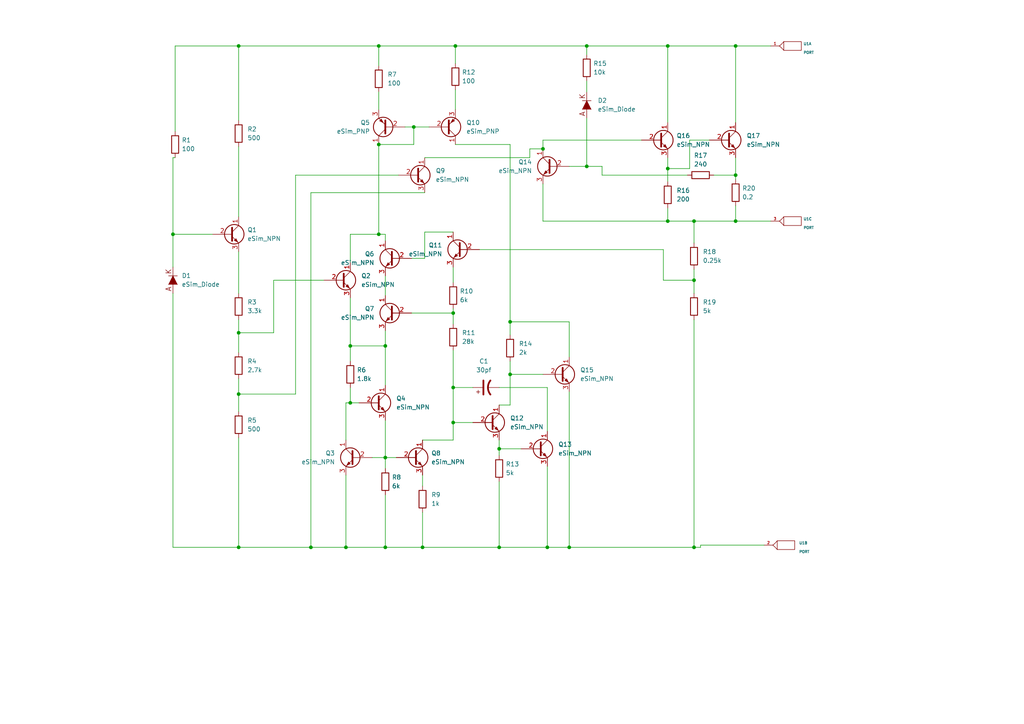
<source format=kicad_sch>
(kicad_sch (version 20211123) (generator eeschema)

  (uuid 3bd78f97-95a8-45b6-b0ef-ea22ea8448a5)

  (paper "A4")

  (lib_symbols
    (symbol "eSim_Devices:capacitor_polarised" (pin_numbers hide) (pin_names (offset 0.254) hide) (in_bom yes) (on_board yes)
      (property "Reference" "C" (id 0) (at 0.635 2.54 0)
        (effects (font (size 1.27 1.27)) (justify left))
      )
      (property "Value" "capacitor_polarised" (id 1) (at 0.635 -2.54 0)
        (effects (font (size 1.27 1.27)) (justify left))
      )
      (property "Footprint" "" (id 2) (at 0 0 0)
        (effects (font (size 1.27 1.27)) hide)
      )
      (property "Datasheet" "" (id 3) (at 0 0 0)
        (effects (font (size 1.27 1.27)) hide)
      )
      (property "ki_fp_filters" "CP_*" (id 4) (at 0 0 0)
        (effects (font (size 1.27 1.27)) hide)
      )
      (symbol "capacitor_polarised_0_1"
        (polyline
          (pts
            (xy -2.032 0.762)
            (xy 2.032 0.762)
          )
          (stroke (width 0.508) (type default) (color 0 0 0 0))
          (fill (type none))
        )
        (polyline
          (pts
            (xy -1.778 2.286)
            (xy -0.762 2.286)
          )
          (stroke (width 0) (type default) (color 0 0 0 0))
          (fill (type none))
        )
        (polyline
          (pts
            (xy -1.27 1.778)
            (xy -1.27 2.794)
          )
          (stroke (width 0) (type default) (color 0 0 0 0))
          (fill (type none))
        )
        (arc (start 2.032 -1.27) (mid 0 -0.5572) (end -2.032 -1.27)
          (stroke (width 0.508) (type default) (color 0 0 0 0))
          (fill (type none))
        )
      )
      (symbol "capacitor_polarised_1_1"
        (pin passive line (at 0 3.81 270) (length 2.794)
          (name "~" (effects (font (size 1.27 1.27))))
          (number "1" (effects (font (size 1.27 1.27))))
        )
        (pin passive line (at 0 -3.81 90) (length 3.302)
          (name "~" (effects (font (size 1.27 1.27))))
          (number "2" (effects (font (size 1.27 1.27))))
        )
      )
    )
    (symbol "eSim_Devices:eSim_Diode" (pin_numbers hide) (pin_names (offset 1.016) hide) (in_bom yes) (on_board yes)
      (property "Reference" "D" (id 0) (at 0 2.54 0)
        (effects (font (size 1.27 1.27)))
      )
      (property "Value" "eSim_Diode" (id 1) (at 0 -2.54 0)
        (effects (font (size 1.27 1.27)))
      )
      (property "Footprint" "" (id 2) (at 0 0 0)
        (effects (font (size 1.524 1.524)))
      )
      (property "Datasheet" "" (id 3) (at 0 0 0)
        (effects (font (size 1.524 1.524)))
      )
      (property "ki_fp_filters" "TO-???* *SingleDiode *_Diode_* *SingleDiode* D_*" (id 4) (at 0 0 0)
        (effects (font (size 1.27 1.27)) hide)
      )
      (symbol "eSim_Diode_0_0"
        (text "A" (at -2.54 1.27 0)
          (effects (font (size 1.524 1.524)))
        )
        (text "K" (at 2.54 1.27 0)
          (effects (font (size 1.524 1.524)))
        )
      )
      (symbol "eSim_Diode_0_1"
        (polyline
          (pts
            (xy 1.27 1.27)
            (xy 1.27 -1.27)
          )
          (stroke (width 0.1524) (type default) (color 0 0 0 0))
          (fill (type none))
        )
        (polyline
          (pts
            (xy -1.27 1.27)
            (xy 1.27 0)
            (xy -1.27 -1.27)
          )
          (stroke (width 0) (type default) (color 0 0 0 0))
          (fill (type outline))
        )
      )
      (symbol "eSim_Diode_1_1"
        (pin passive line (at -3.81 0 0) (length 2.54)
          (name "A" (effects (font (size 1.016 1.016))))
          (number "1" (effects (font (size 1.016 1.016))))
        )
        (pin passive line (at 3.81 0 180) (length 2.54)
          (name "K" (effects (font (size 1.016 1.016))))
          (number "2" (effects (font (size 1.016 1.016))))
        )
      )
    )
    (symbol "eSim_Devices:eSim_NPN" (pin_names (offset 0) hide) (in_bom yes) (on_board yes)
      (property "Reference" "Q" (id 0) (at -2.54 1.27 0)
        (effects (font (size 1.27 1.27)) (justify right))
      )
      (property "Value" "eSim_NPN" (id 1) (at -1.27 3.81 0)
        (effects (font (size 1.27 1.27)) (justify right))
      )
      (property "Footprint" "" (id 2) (at 5.08 2.54 0)
        (effects (font (size 0.7366 0.7366)))
      )
      (property "Datasheet" "" (id 3) (at 0 0 0)
        (effects (font (size 1.524 1.524)))
      )
      (symbol "eSim_NPN_0_1"
        (polyline
          (pts
            (xy 0.635 0.635)
            (xy 2.54 2.54)
          )
          (stroke (width 0) (type default) (color 0 0 0 0))
          (fill (type none))
        )
        (polyline
          (pts
            (xy 0.635 -0.635)
            (xy 2.54 -2.54)
            (xy 2.54 -2.54)
          )
          (stroke (width 0) (type default) (color 0 0 0 0))
          (fill (type none))
        )
        (polyline
          (pts
            (xy 0.635 1.905)
            (xy 0.635 -1.905)
            (xy 0.635 -1.905)
          )
          (stroke (width 0.508) (type default) (color 0 0 0 0))
          (fill (type none))
        )
        (polyline
          (pts
            (xy 1.27 -1.778)
            (xy 1.778 -1.27)
            (xy 2.286 -2.286)
            (xy 1.27 -1.778)
            (xy 1.27 -1.778)
          )
          (stroke (width 0) (type default) (color 0 0 0 0))
          (fill (type outline))
        )
        (circle (center 1.27 0) (radius 2.8194)
          (stroke (width 0.254) (type default) (color 0 0 0 0))
          (fill (type none))
        )
      )
      (symbol "eSim_NPN_1_1"
        (pin passive line (at 2.54 5.08 270) (length 2.54)
          (name "C" (effects (font (size 1.27 1.27))))
          (number "1" (effects (font (size 1.27 1.27))))
        )
        (pin passive line (at -5.08 0 0) (length 5.715)
          (name "B" (effects (font (size 1.27 1.27))))
          (number "2" (effects (font (size 1.27 1.27))))
        )
        (pin passive line (at 2.54 -5.08 90) (length 2.54)
          (name "E" (effects (font (size 1.27 1.27))))
          (number "3" (effects (font (size 1.27 1.27))))
        )
      )
    )
    (symbol "eSim_Devices:eSim_PNP" (pin_names (offset 0) hide) (in_bom yes) (on_board yes)
      (property "Reference" "Q" (id 0) (at -2.54 1.27 0)
        (effects (font (size 1.27 1.27)) (justify right))
      )
      (property "Value" "eSim_PNP" (id 1) (at -1.27 3.81 0)
        (effects (font (size 1.27 1.27)) (justify right))
      )
      (property "Footprint" "" (id 2) (at 5.08 2.54 0)
        (effects (font (size 0.7366 0.7366)))
      )
      (property "Datasheet" "" (id 3) (at 0 0 0)
        (effects (font (size 1.524 1.524)))
      )
      (symbol "eSim_PNP_0_1"
        (polyline
          (pts
            (xy 0.635 0.635)
            (xy 2.54 2.54)
          )
          (stroke (width 0) (type default) (color 0 0 0 0))
          (fill (type none))
        )
        (polyline
          (pts
            (xy 0.635 -0.635)
            (xy 2.54 -2.54)
            (xy 2.54 -2.54)
          )
          (stroke (width 0) (type default) (color 0 0 0 0))
          (fill (type none))
        )
        (polyline
          (pts
            (xy 0.635 1.905)
            (xy 0.635 -1.905)
            (xy 0.635 -1.905)
          )
          (stroke (width 0.508) (type default) (color 0 0 0 0))
          (fill (type none))
        )
        (polyline
          (pts
            (xy 2.286 -1.778)
            (xy 1.778 -2.286)
            (xy 1.27 -1.27)
            (xy 2.286 -1.778)
            (xy 2.286 -1.778)
          )
          (stroke (width 0) (type default) (color 0 0 0 0))
          (fill (type outline))
        )
        (circle (center 1.27 0) (radius 2.8194)
          (stroke (width 0.254) (type default) (color 0 0 0 0))
          (fill (type none))
        )
      )
      (symbol "eSim_PNP_1_1"
        (pin passive line (at 2.54 5.08 270) (length 2.54)
          (name "C" (effects (font (size 1.27 1.27))))
          (number "1" (effects (font (size 1.27 1.27))))
        )
        (pin passive line (at -5.08 0 0) (length 5.715)
          (name "B" (effects (font (size 1.27 1.27))))
          (number "2" (effects (font (size 1.27 1.27))))
        )
        (pin passive line (at 2.54 -5.08 90) (length 2.54)
          (name "E" (effects (font (size 1.27 1.27))))
          (number "3" (effects (font (size 1.27 1.27))))
        )
      )
    )
    (symbol "eSim_Devices:resistor" (pin_numbers hide) (pin_names (offset 0)) (in_bom yes) (on_board yes)
      (property "Reference" "R" (id 0) (at 1.27 3.302 0)
        (effects (font (size 1.27 1.27)))
      )
      (property "Value" "resistor" (id 1) (at 1.27 -1.27 0)
        (effects (font (size 1.27 1.27)))
      )
      (property "Footprint" "" (id 2) (at 1.27 -0.508 0)
        (effects (font (size 0.762 0.762)))
      )
      (property "Datasheet" "" (id 3) (at 1.27 1.27 90)
        (effects (font (size 0.762 0.762)))
      )
      (property "ki_fp_filters" "R_* Resistor_*" (id 4) (at 0 0 0)
        (effects (font (size 1.27 1.27)) hide)
      )
      (symbol "resistor_0_1"
        (rectangle (start 3.81 0.254) (end -1.27 2.286)
          (stroke (width 0.254) (type default) (color 0 0 0 0))
          (fill (type none))
        )
      )
      (symbol "resistor_1_1"
        (pin passive line (at -2.54 1.27 0) (length 1.27)
          (name "~" (effects (font (size 1.524 1.524))))
          (number "1" (effects (font (size 1.524 1.524))))
        )
        (pin passive line (at 5.08 1.27 180) (length 1.27)
          (name "~" (effects (font (size 1.524 1.524))))
          (number "2" (effects (font (size 1.524 1.524))))
        )
      )
    )
    (symbol "eSim_Miscellaneous:PORT" (pin_names (offset 1.016)) (in_bom yes) (on_board yes)
      (property "Reference" "U" (id 0) (at 1.27 2.54 0)
        (effects (font (size 0.762 0.762)))
      )
      (property "Value" "PORT" (id 1) (at 0 0 0)
        (effects (font (size 0.762 0.762)))
      )
      (property "Footprint" "" (id 2) (at 0 0 0)
        (effects (font (size 1.524 1.524)))
      )
      (property "Datasheet" "" (id 3) (at 0 0 0)
        (effects (font (size 1.524 1.524)))
      )
      (symbol "PORT_0_1"
        (rectangle (start -2.54 1.27) (end 2.54 -1.27)
          (stroke (width 0) (type default) (color 0 0 0 0))
          (fill (type none))
        )
        (arc (start 2.54 1.27) (mid 3.1355 0.5955) (end 3.81 0)
          (stroke (width 0) (type default) (color 0 0 0 0))
          (fill (type none))
        )
        (arc (start 3.81 0) (mid 3.1447 -0.6046) (end 2.54 -1.27)
          (stroke (width 0) (type default) (color 0 0 0 0))
          (fill (type none))
        )
      )
      (symbol "PORT_1_1"
        (pin bidirectional line (at 6.35 0 180) (length 2.54)
          (name "~" (effects (font (size 0.762 0.762))))
          (number "1" (effects (font (size 0.762 0.762))))
        )
      )
      (symbol "PORT_2_1"
        (pin bidirectional line (at 6.35 0 180) (length 2.54)
          (name "~" (effects (font (size 0.762 0.762))))
          (number "2" (effects (font (size 0.762 0.762))))
        )
      )
      (symbol "PORT_3_1"
        (pin bidirectional line (at 6.35 0 180) (length 2.54)
          (name "~" (effects (font (size 0.762 0.762))))
          (number "3" (effects (font (size 0.762 0.762))))
        )
      )
      (symbol "PORT_4_1"
        (pin bidirectional line (at 6.35 0 180) (length 2.54)
          (name "~" (effects (font (size 0.762 0.762))))
          (number "4" (effects (font (size 0.762 0.762))))
        )
      )
      (symbol "PORT_5_1"
        (pin bidirectional line (at 6.35 0 180) (length 2.54)
          (name "~" (effects (font (size 0.762 0.762))))
          (number "5" (effects (font (size 0.762 0.762))))
        )
      )
      (symbol "PORT_6_1"
        (pin bidirectional line (at 6.35 0 180) (length 2.54)
          (name "~" (effects (font (size 0.762 0.762))))
          (number "6" (effects (font (size 0.762 0.762))))
        )
      )
      (symbol "PORT_7_1"
        (pin bidirectional line (at 6.35 0 180) (length 2.54)
          (name "~" (effects (font (size 0.762 0.762))))
          (number "7" (effects (font (size 0.762 0.762))))
        )
      )
      (symbol "PORT_8_1"
        (pin bidirectional line (at 6.35 0 180) (length 2.54)
          (name "~" (effects (font (size 0.762 0.762))))
          (number "8" (effects (font (size 0.762 0.762))))
        )
      )
      (symbol "PORT_9_1"
        (pin bidirectional line (at 6.35 0 180) (length 2.54)
          (name "~" (effects (font (size 0.762 0.762))))
          (number "9" (effects (font (size 0.762 0.762))))
        )
      )
      (symbol "PORT_10_1"
        (pin bidirectional line (at 6.35 0 180) (length 2.54)
          (name "~" (effects (font (size 0.762 0.762))))
          (number "10" (effects (font (size 0.762 0.762))))
        )
      )
      (symbol "PORT_11_1"
        (pin bidirectional line (at 6.35 0 180) (length 2.54)
          (name "~" (effects (font (size 0.762 0.762))))
          (number "11" (effects (font (size 0.762 0.762))))
        )
      )
      (symbol "PORT_12_1"
        (pin bidirectional line (at 6.35 0 180) (length 2.54)
          (name "~" (effects (font (size 0.762 0.762))))
          (number "12" (effects (font (size 0.762 0.762))))
        )
      )
      (symbol "PORT_13_1"
        (pin bidirectional line (at 6.35 0 180) (length 2.54)
          (name "~" (effects (font (size 0.762 0.762))))
          (number "13" (effects (font (size 0.762 0.762))))
        )
      )
      (symbol "PORT_14_1"
        (pin bidirectional line (at 6.35 0 180) (length 2.54)
          (name "~" (effects (font (size 0.762 0.762))))
          (number "14" (effects (font (size 0.762 0.762))))
        )
      )
      (symbol "PORT_15_1"
        (pin bidirectional line (at 6.35 0 180) (length 2.54)
          (name "~" (effects (font (size 0.762 0.762))))
          (number "15" (effects (font (size 0.762 0.762))))
        )
      )
      (symbol "PORT_16_1"
        (pin bidirectional line (at 6.35 0 180) (length 2.54)
          (name "~" (effects (font (size 0.762 0.762))))
          (number "16" (effects (font (size 0.762 0.762))))
        )
      )
      (symbol "PORT_17_1"
        (pin bidirectional line (at 6.35 0 180) (length 2.54)
          (name "~" (effects (font (size 0.762 0.762))))
          (number "17" (effects (font (size 0.762 0.762))))
        )
      )
      (symbol "PORT_18_1"
        (pin bidirectional line (at 6.35 0 180) (length 2.54)
          (name "~" (effects (font (size 0.762 0.762))))
          (number "18" (effects (font (size 0.762 0.762))))
        )
      )
      (symbol "PORT_19_1"
        (pin bidirectional line (at 6.35 0 180) (length 2.54)
          (name "~" (effects (font (size 0.762 0.762))))
          (number "19" (effects (font (size 0.762 0.762))))
        )
      )
      (symbol "PORT_20_1"
        (pin bidirectional line (at 6.35 0 180) (length 2.54)
          (name "~" (effects (font (size 0.762 0.762))))
          (number "20" (effects (font (size 0.762 0.762))))
        )
      )
      (symbol "PORT_21_1"
        (pin bidirectional line (at 6.35 0 180) (length 2.54)
          (name "~" (effects (font (size 0.762 0.762))))
          (number "21" (effects (font (size 0.762 0.762))))
        )
      )
      (symbol "PORT_22_1"
        (pin bidirectional line (at 6.35 0 180) (length 2.54)
          (name "~" (effects (font (size 0.762 0.762))))
          (number "22" (effects (font (size 0.762 0.762))))
        )
      )
      (symbol "PORT_23_1"
        (pin bidirectional line (at 6.35 0 180) (length 2.54)
          (name "~" (effects (font (size 0.762 0.762))))
          (number "23" (effects (font (size 0.762 0.762))))
        )
      )
      (symbol "PORT_24_1"
        (pin bidirectional line (at 6.35 0 180) (length 2.54)
          (name "~" (effects (font (size 0.762 0.762))))
          (number "24" (effects (font (size 0.762 0.762))))
        )
      )
      (symbol "PORT_25_1"
        (pin bidirectional line (at 6.35 0 180) (length 2.54)
          (name "~" (effects (font (size 0.762 0.762))))
          (number "25" (effects (font (size 0.762 0.762))))
        )
      )
      (symbol "PORT_26_1"
        (pin bidirectional line (at 6.35 0 180) (length 2.54)
          (name "~" (effects (font (size 0.762 0.762))))
          (number "26" (effects (font (size 0.762 0.762))))
        )
      )
    )
  )

  (junction (at 131.445 112.395) (diameter 0) (color 0 0 0 0)
    (uuid 004cfd8b-1178-4e1a-ba69-2815234c75d8)
  )
  (junction (at 213.36 50.8) (diameter 0) (color 0 0 0 0)
    (uuid 0322a985-d2f1-4b9e-8d7b-19f9bff64786)
  )
  (junction (at 131.445 122.555) (diameter 0) (color 0 0 0 0)
    (uuid 062e224f-152a-4589-be06-627fc085abec)
  )
  (junction (at 69.215 96.52) (diameter 0) (color 0 0 0 0)
    (uuid 157015f5-1af4-4056-b47f-eed277de3ea1)
  )
  (junction (at 111.76 100.33) (diameter 0) (color 0 0 0 0)
    (uuid 1d6e29d4-151a-4f9f-8ba5-2f6d2912be82)
  )
  (junction (at 109.855 67.945) (diameter 0) (color 0 0 0 0)
    (uuid 1f2385b9-1017-43f0-8109-e9a630417daf)
  )
  (junction (at 170.18 13.335) (diameter 0) (color 0 0 0 0)
    (uuid 2b22b1a3-7069-47c3-83f6-c21b8745f664)
  )
  (junction (at 144.78 130.175) (diameter 0) (color 0 0 0 0)
    (uuid 30ff6720-f4d5-4c15-bea9-cff7f4d96a98)
  )
  (junction (at 165.1 158.75) (diameter 0) (color 0 0 0 0)
    (uuid 325726c9-b1c6-4699-9560-aace6df1a16b)
  )
  (junction (at 201.295 81.28) (diameter 0) (color 0 0 0 0)
    (uuid 3edfa864-0a21-4931-be47-a2772da99618)
  )
  (junction (at 144.78 158.75) (diameter 0) (color 0 0 0 0)
    (uuid 4170f0e1-d336-42d7-8440-aae504d38e5e)
  )
  (junction (at 147.955 93.345) (diameter 0) (color 0 0 0 0)
    (uuid 48d5f7c4-4d08-4348-8878-f6d07463c1d8)
  )
  (junction (at 109.855 13.335) (diameter 0) (color 0 0 0 0)
    (uuid 49fabd0e-94e0-4746-b4c3-209a03c1d03d)
  )
  (junction (at 193.675 13.335) (diameter 0) (color 0 0 0 0)
    (uuid 4d226ab0-7180-4649-b73e-52c48a0de650)
  )
  (junction (at 69.215 114.3) (diameter 0) (color 0 0 0 0)
    (uuid 4e6ae455-c3d0-40d0-a02f-c7439bcdc548)
  )
  (junction (at 122.555 158.75) (diameter 0) (color 0 0 0 0)
    (uuid 5855dd0e-8026-4ea7-9d87-4103df6cae5f)
  )
  (junction (at 157.48 43.18) (diameter 0) (color 0 0 0 0)
    (uuid 624b1586-7770-44b9-9124-088deec66430)
  )
  (junction (at 213.36 13.335) (diameter 0) (color 0 0 0 0)
    (uuid 6264aa4c-75d6-4f56-bf53-5f0b5c62a4ec)
  )
  (junction (at 109.855 41.91) (diameter 0) (color 0 0 0 0)
    (uuid 636245ee-7598-4872-b97a-017db1bfdb38)
  )
  (junction (at 69.215 13.335) (diameter 0) (color 0 0 0 0)
    (uuid 68636d0f-15ab-4620-949f-74db97e3b494)
  )
  (junction (at 120.015 36.83) (diameter 0) (color 0 0 0 0)
    (uuid 77bc0d66-e0e9-48e4-8bcc-d9a7842263b3)
  )
  (junction (at 193.675 48.895) (diameter 0) (color 0 0 0 0)
    (uuid 7ef54267-40a4-4b96-8346-65ccc0ce1e5c)
  )
  (junction (at 111.76 132.715) (diameter 0) (color 0 0 0 0)
    (uuid 7fc3c1db-e549-4ccb-b470-7e39feeb4d33)
  )
  (junction (at 131.445 90.805) (diameter 0) (color 0 0 0 0)
    (uuid 80017822-96c8-49e4-9f7a-d823e5cb476c)
  )
  (junction (at 50.165 67.945) (diameter 0) (color 0 0 0 0)
    (uuid 8008edd5-f5ed-46f1-9a2a-6fb97b24339c)
  )
  (junction (at 170.18 48.26) (diameter 0) (color 0 0 0 0)
    (uuid 829c46f3-e45c-451a-9e3d-e957b36d359b)
  )
  (junction (at 193.675 64.135) (diameter 0) (color 0 0 0 0)
    (uuid 84c4bc01-fcf1-4870-a577-7ff60a7f1bfa)
  )
  (junction (at 100.33 158.75) (diameter 0) (color 0 0 0 0)
    (uuid 92e1199e-38fd-42ed-9feb-042201c73dc5)
  )
  (junction (at 201.295 64.135) (diameter 0) (color 0 0 0 0)
    (uuid 953d7b69-fdd9-4e14-82f2-0c95b6d7e1fb)
  )
  (junction (at 132.08 13.335) (diameter 0) (color 0 0 0 0)
    (uuid 9d920da6-51fa-4397-bb66-4985a827192e)
  )
  (junction (at 111.76 158.75) (diameter 0) (color 0 0 0 0)
    (uuid 9de11127-5cd1-4810-ad14-f2d916653262)
  )
  (junction (at 147.955 108.585) (diameter 0) (color 0 0 0 0)
    (uuid a0558a58-f131-452d-addb-1d5b1e833683)
  )
  (junction (at 101.6 116.84) (diameter 0) (color 0 0 0 0)
    (uuid a4cbaaf2-c3cd-477c-b868-c8ef2334dbe4)
  )
  (junction (at 90.17 158.75) (diameter 0) (color 0 0 0 0)
    (uuid c37782bb-313d-4b8c-927c-f018587e4f89)
  )
  (junction (at 101.6 100.33) (diameter 0) (color 0 0 0 0)
    (uuid d667ca19-085d-4357-ba3d-2c10af16ad9a)
  )
  (junction (at 69.215 158.75) (diameter 0) (color 0 0 0 0)
    (uuid d6e3f111-4407-41dc-81fa-ca34bcafbdcc)
  )
  (junction (at 158.75 158.75) (diameter 0) (color 0 0 0 0)
    (uuid e63ebac8-72af-47dd-8efb-52f4441e2901)
  )
  (junction (at 201.295 158.75) (diameter 0) (color 0 0 0 0)
    (uuid f6f975b3-e1fb-4c4d-836b-4c72d3dd8244)
  )
  (junction (at 213.36 64.135) (diameter 0) (color 0 0 0 0)
    (uuid f7a092a7-7dad-43e7-bd61-c62b7d50ad74)
  )

  (wire (pts (xy 147.955 108.585) (xy 157.48 108.585))
    (stroke (width 0) (type default) (color 0 0 0 0))
    (uuid 0175db50-badc-4f81-bf72-e156a71b24b8)
  )
  (wire (pts (xy 147.955 93.345) (xy 147.955 41.91))
    (stroke (width 0) (type default) (color 0 0 0 0))
    (uuid 03fca2b5-834b-4256-bc2d-2d4af2cd6a09)
  )
  (wire (pts (xy 90.17 55.88) (xy 90.17 158.75))
    (stroke (width 0) (type default) (color 0 0 0 0))
    (uuid 040e7ba0-95c1-4715-b9ed-aaa39d3e649b)
  )
  (wire (pts (xy 207.01 50.8) (xy 213.36 50.8))
    (stroke (width 0) (type default) (color 0 0 0 0))
    (uuid 044b771a-7e49-40bc-832b-e17daa722cfb)
  )
  (wire (pts (xy 109.855 41.91) (xy 120.015 41.91))
    (stroke (width 0) (type default) (color 0 0 0 0))
    (uuid 05974474-25c3-4506-92f8-37ef19e9e6b3)
  )
  (wire (pts (xy 147.955 97.155) (xy 147.955 93.345))
    (stroke (width 0) (type default) (color 0 0 0 0))
    (uuid 061fd0ca-b895-40d8-9ec3-968020f875da)
  )
  (wire (pts (xy 192.405 81.28) (xy 201.295 81.28))
    (stroke (width 0) (type default) (color 0 0 0 0))
    (uuid 07a3e75d-eb3b-4bbb-ac59-4eacb2b8f92e)
  )
  (wire (pts (xy 131.445 112.395) (xy 137.16 112.395))
    (stroke (width 0) (type default) (color 0 0 0 0))
    (uuid 0a05bf5d-73ee-4a6e-b97d-b5eef9bc3dc7)
  )
  (wire (pts (xy 144.78 130.175) (xy 151.13 130.175))
    (stroke (width 0) (type default) (color 0 0 0 0))
    (uuid 0a99ef28-cb1f-43b2-9ee1-e981ba87260b)
  )
  (wire (pts (xy 213.36 45.72) (xy 213.36 50.8))
    (stroke (width 0) (type default) (color 0 0 0 0))
    (uuid 0ba9c6f5-af31-465f-b5fb-5fd072014079)
  )
  (wire (pts (xy 213.36 64.135) (xy 223.52 64.135))
    (stroke (width 0) (type default) (color 0 0 0 0))
    (uuid 0d5ae15d-da78-4214-a250-58b2b5481314)
  )
  (wire (pts (xy 144.78 158.75) (xy 158.75 158.75))
    (stroke (width 0) (type default) (color 0 0 0 0))
    (uuid 0e1b0550-3ae7-4f38-9e6d-a7e79d9449c8)
  )
  (wire (pts (xy 165.1 93.345) (xy 147.955 93.345))
    (stroke (width 0) (type default) (color 0 0 0 0))
    (uuid 120f91fe-f0ac-4e30-85d4-58c140514ca7)
  )
  (wire (pts (xy 201.295 81.28) (xy 201.295 85.09))
    (stroke (width 0) (type default) (color 0 0 0 0))
    (uuid 14832d63-972d-48ad-b85d-d59bf5e23c47)
  )
  (wire (pts (xy 157.48 53.34) (xy 157.48 64.135))
    (stroke (width 0) (type default) (color 0 0 0 0))
    (uuid 153133fc-19bc-448d-adae-9b4bfd0d3b2a)
  )
  (wire (pts (xy 131.445 122.555) (xy 131.445 112.395))
    (stroke (width 0) (type default) (color 0 0 0 0))
    (uuid 186bd897-00a5-4a1d-a161-0eb0de84f50f)
  )
  (wire (pts (xy 122.555 148.59) (xy 122.555 158.75))
    (stroke (width 0) (type default) (color 0 0 0 0))
    (uuid 1bf5f2b3-d4b3-4d62-a020-6b5c5ed20fcd)
  )
  (wire (pts (xy 153.67 43.18) (xy 157.48 43.18))
    (stroke (width 0) (type default) (color 0 0 0 0))
    (uuid 1e771fb1-df3d-4b68-ba71-ca5934e35c05)
  )
  (wire (pts (xy 101.6 86.36) (xy 101.6 100.33))
    (stroke (width 0) (type default) (color 0 0 0 0))
    (uuid 21f42bb1-0d27-4a15-a1b2-ebc296db86a9)
  )
  (wire (pts (xy 213.36 59.69) (xy 213.36 64.135))
    (stroke (width 0) (type default) (color 0 0 0 0))
    (uuid 247067a2-584d-4d0e-bdeb-de1740eb4af4)
  )
  (wire (pts (xy 111.76 158.75) (xy 122.555 158.75))
    (stroke (width 0) (type default) (color 0 0 0 0))
    (uuid 25aca8b8-fa81-4d6a-99be-4ede1e924be9)
  )
  (wire (pts (xy 123.19 67.31) (xy 131.445 67.31))
    (stroke (width 0) (type default) (color 0 0 0 0))
    (uuid 2a41ec6d-7b1f-4e64-ab7c-3516f0fc159d)
  )
  (wire (pts (xy 100.33 158.75) (xy 111.76 158.75))
    (stroke (width 0) (type default) (color 0 0 0 0))
    (uuid 2bef9e74-0cde-42ec-8e2e-92273ec43aad)
  )
  (wire (pts (xy 174.625 48.26) (xy 170.18 48.26))
    (stroke (width 0) (type default) (color 0 0 0 0))
    (uuid 2f7ba18e-0c1b-499e-b263-64f2428bb8a8)
  )
  (wire (pts (xy 199.39 50.8) (xy 174.625 50.8))
    (stroke (width 0) (type default) (color 0 0 0 0))
    (uuid 31180389-bbcf-49ed-9677-0af612cd93a8)
  )
  (wire (pts (xy 131.445 112.395) (xy 131.445 101.6))
    (stroke (width 0) (type default) (color 0 0 0 0))
    (uuid 313e30ee-58a8-4a37-8d27-d8f9f92a2f42)
  )
  (wire (pts (xy 50.165 158.75) (xy 69.215 158.75))
    (stroke (width 0) (type default) (color 0 0 0 0))
    (uuid 327e1a9e-8f10-43c7-8181-6f2dc25f48ac)
  )
  (wire (pts (xy 170.18 23.495) (xy 170.18 26.67))
    (stroke (width 0) (type default) (color 0 0 0 0))
    (uuid 336fc327-be37-4675-bf37-347b70548100)
  )
  (wire (pts (xy 131.445 127.635) (xy 131.445 122.555))
    (stroke (width 0) (type default) (color 0 0 0 0))
    (uuid 35be6a0a-d458-418e-8891-4e031598f4cf)
  )
  (wire (pts (xy 144.78 130.175) (xy 144.78 132.08))
    (stroke (width 0) (type default) (color 0 0 0 0))
    (uuid 364b6ef2-559e-4b7e-bef3-71025982b181)
  )
  (wire (pts (xy 69.215 109.855) (xy 69.215 114.3))
    (stroke (width 0) (type default) (color 0 0 0 0))
    (uuid 36fd9520-82dc-4641-a384-a1bdc693f84e)
  )
  (wire (pts (xy 193.675 48.895) (xy 200.025 48.895))
    (stroke (width 0) (type default) (color 0 0 0 0))
    (uuid 38aa3285-be87-4f95-99e0-2339b50138ec)
  )
  (wire (pts (xy 144.78 139.7) (xy 144.78 158.75))
    (stroke (width 0) (type default) (color 0 0 0 0))
    (uuid 3903f24a-1af6-466d-a8b6-e5a57cb3ac87)
  )
  (wire (pts (xy 193.675 48.895) (xy 193.675 52.705))
    (stroke (width 0) (type default) (color 0 0 0 0))
    (uuid 3bf7f5dd-de62-437c-90d0-3b750f16acca)
  )
  (wire (pts (xy 131.445 77.47) (xy 131.445 81.915))
    (stroke (width 0) (type default) (color 0 0 0 0))
    (uuid 4186115d-7915-4ffc-94ad-8ea98cf244c0)
  )
  (wire (pts (xy 193.675 13.335) (xy 170.18 13.335))
    (stroke (width 0) (type default) (color 0 0 0 0))
    (uuid 433d40e1-c37f-4e8d-a17c-46960625a687)
  )
  (wire (pts (xy 111.76 100.33) (xy 111.76 111.76))
    (stroke (width 0) (type default) (color 0 0 0 0))
    (uuid 43466f79-0308-4481-93b9-1e9ce2cda269)
  )
  (wire (pts (xy 69.215 42.545) (xy 69.215 62.865))
    (stroke (width 0) (type default) (color 0 0 0 0))
    (uuid 4473eea6-6748-4f56-9be7-5aa82376b223)
  )
  (wire (pts (xy 158.75 158.75) (xy 165.1 158.75))
    (stroke (width 0) (type default) (color 0 0 0 0))
    (uuid 464e0fd4-1603-4943-8741-50215ac0d12f)
  )
  (wire (pts (xy 213.36 13.335) (xy 193.675 13.335))
    (stroke (width 0) (type default) (color 0 0 0 0))
    (uuid 46d7befa-0754-4911-a6ef-c244fba2feed)
  )
  (wire (pts (xy 213.36 64.135) (xy 201.295 64.135))
    (stroke (width 0) (type default) (color 0 0 0 0))
    (uuid 4b333f69-0d43-466a-9bb1-f2458a7e2ec1)
  )
  (wire (pts (xy 69.215 92.71) (xy 69.215 96.52))
    (stroke (width 0) (type default) (color 0 0 0 0))
    (uuid 4c53662b-96b9-4f57-b89c-436556243796)
  )
  (wire (pts (xy 139.065 72.39) (xy 192.405 72.39))
    (stroke (width 0) (type default) (color 0 0 0 0))
    (uuid 4ca10859-e1c3-487c-acea-51df20a78526)
  )
  (wire (pts (xy 69.215 13.335) (xy 69.215 34.925))
    (stroke (width 0) (type default) (color 0 0 0 0))
    (uuid 4f37759d-8d8d-45e5-92e8-45117189a76b)
  )
  (wire (pts (xy 100.33 137.795) (xy 100.33 158.75))
    (stroke (width 0) (type default) (color 0 0 0 0))
    (uuid 5029fc0f-8edf-467d-b26c-78b208ae6f05)
  )
  (wire (pts (xy 111.76 80.01) (xy 111.76 85.725))
    (stroke (width 0) (type default) (color 0 0 0 0))
    (uuid 5215085a-e987-4598-b68b-fcad5b5660c6)
  )
  (wire (pts (xy 90.17 158.75) (xy 100.33 158.75))
    (stroke (width 0) (type default) (color 0 0 0 0))
    (uuid 5a8f12c7-ccce-4da4-b4c7-180f0d428721)
  )
  (wire (pts (xy 144.78 127.635) (xy 144.78 130.175))
    (stroke (width 0) (type default) (color 0 0 0 0))
    (uuid 5eec1de6-33e5-4923-8ca4-7d8c92919772)
  )
  (wire (pts (xy 131.445 90.805) (xy 131.445 89.535))
    (stroke (width 0) (type default) (color 0 0 0 0))
    (uuid 5f57238a-e91b-4c80-a16d-84b05831b2ef)
  )
  (wire (pts (xy 158.75 112.395) (xy 158.75 125.095))
    (stroke (width 0) (type default) (color 0 0 0 0))
    (uuid 5ffcc486-3bb9-4f76-b6c7-ec567111042d)
  )
  (wire (pts (xy 158.75 135.255) (xy 158.75 158.75))
    (stroke (width 0) (type default) (color 0 0 0 0))
    (uuid 6024fdb2-5903-4199-8e1a-5594c4bf1630)
  )
  (wire (pts (xy 93.98 81.28) (xy 79.375 81.28))
    (stroke (width 0) (type default) (color 0 0 0 0))
    (uuid 6102e09d-4e98-47f7-a52c-695a2e2fee15)
  )
  (wire (pts (xy 101.6 100.33) (xy 101.6 104.775))
    (stroke (width 0) (type default) (color 0 0 0 0))
    (uuid 62c7ed6e-4e3b-4672-98f2-b593c740afa7)
  )
  (wire (pts (xy 165.1 113.665) (xy 165.1 158.75))
    (stroke (width 0) (type default) (color 0 0 0 0))
    (uuid 66c2f27e-90ee-42d1-992a-200135b363ea)
  )
  (wire (pts (xy 50.165 67.945) (xy 50.165 45.72))
    (stroke (width 0) (type default) (color 0 0 0 0))
    (uuid 6c4c7a3d-7cf2-4954-855f-69146faa8ce5)
  )
  (wire (pts (xy 213.36 50.8) (xy 213.36 52.07))
    (stroke (width 0) (type default) (color 0 0 0 0))
    (uuid 6d572c98-8fd0-4cf2-9c51-7f9bf19dc4dd)
  )
  (wire (pts (xy 123.19 74.93) (xy 123.19 67.31))
    (stroke (width 0) (type default) (color 0 0 0 0))
    (uuid 6eee4bc3-cccd-421c-b86c-79fd92fca002)
  )
  (wire (pts (xy 69.215 13.335) (xy 109.855 13.335))
    (stroke (width 0) (type default) (color 0 0 0 0))
    (uuid 6fa03b93-af61-4093-b6cf-3ff3e3a5fb50)
  )
  (wire (pts (xy 111.76 132.715) (xy 111.76 135.89))
    (stroke (width 0) (type default) (color 0 0 0 0))
    (uuid 70f76c0a-5507-45ba-b965-8f1e18255cd9)
  )
  (wire (pts (xy 117.475 36.83) (xy 120.015 36.83))
    (stroke (width 0) (type default) (color 0 0 0 0))
    (uuid 72a84791-8d63-4a4c-b5bc-a8af6ad81139)
  )
  (wire (pts (xy 170.18 13.335) (xy 132.08 13.335))
    (stroke (width 0) (type default) (color 0 0 0 0))
    (uuid 734b2250-6d28-454d-aa20-7a754003cec0)
  )
  (wire (pts (xy 109.855 26.67) (xy 109.855 31.75))
    (stroke (width 0) (type default) (color 0 0 0 0))
    (uuid 73724ae5-7a49-422e-a743-827d6df21c27)
  )
  (wire (pts (xy 69.215 73.025) (xy 69.215 85.09))
    (stroke (width 0) (type default) (color 0 0 0 0))
    (uuid 76346902-6a0b-4148-86d8-14055e60650a)
  )
  (wire (pts (xy 101.6 67.945) (xy 101.6 76.2))
    (stroke (width 0) (type default) (color 0 0 0 0))
    (uuid 7796325f-22c0-40c9-a4f9-3bd01f2a038a)
  )
  (wire (pts (xy 186.055 40.64) (xy 157.48 40.64))
    (stroke (width 0) (type default) (color 0 0 0 0))
    (uuid 791aa4bd-8eb2-4d03-9e13-febbba14d8ec)
  )
  (wire (pts (xy 101.6 100.33) (xy 111.76 100.33))
    (stroke (width 0) (type default) (color 0 0 0 0))
    (uuid 7b9c0136-ae9d-4625-b810-e9017e105828)
  )
  (wire (pts (xy 123.19 55.88) (xy 90.17 55.88))
    (stroke (width 0) (type default) (color 0 0 0 0))
    (uuid 7bb828c4-41b7-4add-9158-15123608a475)
  )
  (wire (pts (xy 192.405 72.39) (xy 192.405 81.28))
    (stroke (width 0) (type default) (color 0 0 0 0))
    (uuid 7d1bbfc9-3616-4452-921b-1147e070078a)
  )
  (wire (pts (xy 201.295 64.135) (xy 201.295 70.485))
    (stroke (width 0) (type default) (color 0 0 0 0))
    (uuid 7eb1f8f7-daf6-4479-8553-149725f6e14b)
  )
  (wire (pts (xy 123.19 45.72) (xy 153.67 45.72))
    (stroke (width 0) (type default) (color 0 0 0 0))
    (uuid 7f31fb2d-7359-4319-8d4e-67f21800a483)
  )
  (wire (pts (xy 221.615 158.115) (xy 203.2 158.115))
    (stroke (width 0) (type default) (color 0 0 0 0))
    (uuid 80ee1391-73be-486b-80f8-397a304ea8c3)
  )
  (wire (pts (xy 100.33 127.635) (xy 100.33 116.84))
    (stroke (width 0) (type default) (color 0 0 0 0))
    (uuid 83737933-31b8-41e5-b581-feb66479d1d4)
  )
  (wire (pts (xy 132.08 13.335) (xy 109.855 13.335))
    (stroke (width 0) (type default) (color 0 0 0 0))
    (uuid 863a228b-c9ac-46c8-aec9-23240c86ed8b)
  )
  (wire (pts (xy 201.295 78.105) (xy 201.295 81.28))
    (stroke (width 0) (type default) (color 0 0 0 0))
    (uuid 86fa2471-b0b7-46f2-89c5-e96f287657c0)
  )
  (wire (pts (xy 165.1 158.75) (xy 201.295 158.75))
    (stroke (width 0) (type default) (color 0 0 0 0))
    (uuid 870553c0-66de-4f37-8fe3-64c6d294d625)
  )
  (wire (pts (xy 111.76 121.92) (xy 111.76 132.715))
    (stroke (width 0) (type default) (color 0 0 0 0))
    (uuid 8cef0b14-dca5-4bf8-a977-1e9d17ab7663)
  )
  (wire (pts (xy 69.215 114.3) (xy 69.215 119.38))
    (stroke (width 0) (type default) (color 0 0 0 0))
    (uuid 8e7d3d66-42a9-474e-81f5-c8b8a24eaa3b)
  )
  (wire (pts (xy 111.76 69.85) (xy 111.76 67.945))
    (stroke (width 0) (type default) (color 0 0 0 0))
    (uuid 91db3126-87dd-469e-ab70-1c79f574ad79)
  )
  (wire (pts (xy 50.8 13.335) (xy 69.215 13.335))
    (stroke (width 0) (type default) (color 0 0 0 0))
    (uuid 930d8a04-6373-4a55-8245-cc343261c74d)
  )
  (wire (pts (xy 101.6 112.395) (xy 101.6 116.84))
    (stroke (width 0) (type default) (color 0 0 0 0))
    (uuid 94770ccf-979f-44df-84fd-a45d5981a046)
  )
  (wire (pts (xy 203.2 158.115) (xy 203.2 158.75))
    (stroke (width 0) (type default) (color 0 0 0 0))
    (uuid 9627ee69-82fa-440a-b937-89d0e86b919e)
  )
  (wire (pts (xy 132.08 18.415) (xy 132.08 13.335))
    (stroke (width 0) (type default) (color 0 0 0 0))
    (uuid 96bba8db-b0b7-448b-84ec-ec53bdd82dae)
  )
  (wire (pts (xy 174.625 50.8) (xy 174.625 48.26))
    (stroke (width 0) (type default) (color 0 0 0 0))
    (uuid 96d0cb83-120e-43ac-8f87-308d366d9a06)
  )
  (wire (pts (xy 50.165 85.09) (xy 50.165 158.75))
    (stroke (width 0) (type default) (color 0 0 0 0))
    (uuid 9f9d2ec2-0848-4e49-b5d3-2217031e1428)
  )
  (wire (pts (xy 200.025 40.64) (xy 205.74 40.64))
    (stroke (width 0) (type default) (color 0 0 0 0))
    (uuid a2270e5d-3264-42c8-b918-481a41b5336d)
  )
  (wire (pts (xy 122.555 158.75) (xy 144.78 158.75))
    (stroke (width 0) (type default) (color 0 0 0 0))
    (uuid a28cdf6f-d788-459d-a6f3-b9de4ddf1747)
  )
  (wire (pts (xy 120.015 36.83) (xy 124.46 36.83))
    (stroke (width 0) (type default) (color 0 0 0 0))
    (uuid a2b01863-c234-45eb-bf05-5ba9c42c5fb9)
  )
  (wire (pts (xy 109.855 41.91) (xy 109.855 67.945))
    (stroke (width 0) (type default) (color 0 0 0 0))
    (uuid a4d93158-9033-4135-8aed-1d1d4b53635d)
  )
  (wire (pts (xy 122.555 137.795) (xy 122.555 140.97))
    (stroke (width 0) (type default) (color 0 0 0 0))
    (uuid a6ece2a3-cfed-4886-8186-a56be7d1d456)
  )
  (wire (pts (xy 200.025 48.895) (xy 200.025 40.64))
    (stroke (width 0) (type default) (color 0 0 0 0))
    (uuid a7151ccc-76e9-45ee-94b5-af88f0924cc4)
  )
  (wire (pts (xy 101.6 116.84) (xy 104.14 116.84))
    (stroke (width 0) (type default) (color 0 0 0 0))
    (uuid a9150887-c195-4a5d-a424-80377df4c063)
  )
  (wire (pts (xy 111.76 143.51) (xy 111.76 158.75))
    (stroke (width 0) (type default) (color 0 0 0 0))
    (uuid aced43e5-b935-4e14-9699-467513d43c5d)
  )
  (wire (pts (xy 85.725 114.3) (xy 69.215 114.3))
    (stroke (width 0) (type default) (color 0 0 0 0))
    (uuid ae28592a-95d6-46b1-849b-c47fe727ae58)
  )
  (wire (pts (xy 119.38 74.93) (xy 123.19 74.93))
    (stroke (width 0) (type default) (color 0 0 0 0))
    (uuid ae66175f-4a6b-4170-8beb-6ec490fc128d)
  )
  (wire (pts (xy 107.95 132.715) (xy 111.76 132.715))
    (stroke (width 0) (type default) (color 0 0 0 0))
    (uuid b2098759-878e-4fbc-a25e-843da2fbda4e)
  )
  (wire (pts (xy 109.855 19.05) (xy 109.855 13.335))
    (stroke (width 0) (type default) (color 0 0 0 0))
    (uuid b229dbb4-8397-48b0-b74a-a9b48c3b73f4)
  )
  (wire (pts (xy 131.445 122.555) (xy 137.16 122.555))
    (stroke (width 0) (type default) (color 0 0 0 0))
    (uuid b26f013f-2155-4ccf-9a7a-c9c17aa0782d)
  )
  (wire (pts (xy 193.675 45.72) (xy 193.675 48.895))
    (stroke (width 0) (type default) (color 0 0 0 0))
    (uuid b35a44b1-7ed5-4cc3-8841-38103c5bb9db)
  )
  (wire (pts (xy 109.855 67.945) (xy 101.6 67.945))
    (stroke (width 0) (type default) (color 0 0 0 0))
    (uuid b58a1edc-c54b-4b54-8f65-e06913ec8f99)
  )
  (wire (pts (xy 79.375 81.28) (xy 79.375 96.52))
    (stroke (width 0) (type default) (color 0 0 0 0))
    (uuid b6542099-7568-4b55-9232-a784aea3f42a)
  )
  (wire (pts (xy 157.48 64.135) (xy 193.675 64.135))
    (stroke (width 0) (type default) (color 0 0 0 0))
    (uuid b6db233f-85ec-4517-aceb-746d64d38334)
  )
  (wire (pts (xy 170.18 34.29) (xy 170.18 48.26))
    (stroke (width 0) (type default) (color 0 0 0 0))
    (uuid b96c51af-aed4-4fdf-a29f-1f9cd22b38ad)
  )
  (wire (pts (xy 193.675 64.135) (xy 193.675 60.325))
    (stroke (width 0) (type default) (color 0 0 0 0))
    (uuid bba4e3db-2659-4432-86e0-3c09c01a95dc)
  )
  (wire (pts (xy 119.38 90.805) (xy 131.445 90.805))
    (stroke (width 0) (type default) (color 0 0 0 0))
    (uuid bc3f0c88-dfb8-4a01-b2c7-6844acb97b75)
  )
  (wire (pts (xy 144.78 112.395) (xy 158.75 112.395))
    (stroke (width 0) (type default) (color 0 0 0 0))
    (uuid bdd2497e-1050-410e-8781-4ab8c6880e42)
  )
  (wire (pts (xy 111.76 100.33) (xy 111.76 95.885))
    (stroke (width 0) (type default) (color 0 0 0 0))
    (uuid be3160a1-3fc8-4eb8-926a-8da28ff789d8)
  )
  (wire (pts (xy 69.215 127) (xy 69.215 158.75))
    (stroke (width 0) (type default) (color 0 0 0 0))
    (uuid bfd8cffb-cd88-47a9-9382-352a10de19d5)
  )
  (wire (pts (xy 122.555 127.635) (xy 131.445 127.635))
    (stroke (width 0) (type default) (color 0 0 0 0))
    (uuid c12b394e-d76a-49b8-888d-2a4bfa090bf2)
  )
  (wire (pts (xy 50.8 38.1) (xy 50.8 13.335))
    (stroke (width 0) (type default) (color 0 0 0 0))
    (uuid c33a4353-6e2b-4961-b835-699daae39a3d)
  )
  (wire (pts (xy 131.445 90.805) (xy 131.445 93.98))
    (stroke (width 0) (type default) (color 0 0 0 0))
    (uuid c64cb685-5911-4512-b165-652606e89a4c)
  )
  (wire (pts (xy 147.955 41.91) (xy 132.08 41.91))
    (stroke (width 0) (type default) (color 0 0 0 0))
    (uuid c8c3eb76-13d4-4f3f-a4f0-d6d3bd84b091)
  )
  (wire (pts (xy 50.165 77.47) (xy 50.165 67.945))
    (stroke (width 0) (type default) (color 0 0 0 0))
    (uuid ce819e32-6fd7-4a14-aa15-0f934357db2d)
  )
  (wire (pts (xy 157.48 40.64) (xy 157.48 43.18))
    (stroke (width 0) (type default) (color 0 0 0 0))
    (uuid cfab9b30-cd8d-4727-9801-a2490b939985)
  )
  (wire (pts (xy 213.36 13.335) (xy 223.52 13.335))
    (stroke (width 0) (type default) (color 0 0 0 0))
    (uuid d21455d9-8570-4bcd-89e9-b04c82fb8f7e)
  )
  (wire (pts (xy 165.1 103.505) (xy 165.1 93.345))
    (stroke (width 0) (type default) (color 0 0 0 0))
    (uuid d52b1318-d27c-4728-b45d-410a28dad5a0)
  )
  (wire (pts (xy 69.215 158.75) (xy 90.17 158.75))
    (stroke (width 0) (type default) (color 0 0 0 0))
    (uuid d7a2c842-b545-4a6f-9c92-c0ec838b5fd7)
  )
  (wire (pts (xy 147.955 108.585) (xy 147.955 104.775))
    (stroke (width 0) (type default) (color 0 0 0 0))
    (uuid d84b107e-5d0f-4803-951e-4f1e75277e44)
  )
  (wire (pts (xy 170.18 15.875) (xy 170.18 13.335))
    (stroke (width 0) (type default) (color 0 0 0 0))
    (uuid d9eec892-6a98-4406-8a03-c656dce28503)
  )
  (wire (pts (xy 79.375 96.52) (xy 69.215 96.52))
    (stroke (width 0) (type default) (color 0 0 0 0))
    (uuid ddc23f6d-d7f5-4434-ab55-2f6fdc711b04)
  )
  (wire (pts (xy 144.78 117.475) (xy 147.955 117.475))
    (stroke (width 0) (type default) (color 0 0 0 0))
    (uuid df756cee-cb24-4662-849f-3cad4f5f6f87)
  )
  (wire (pts (xy 153.67 45.72) (xy 153.67 43.18))
    (stroke (width 0) (type default) (color 0 0 0 0))
    (uuid e3be80b5-470c-4e56-ae4d-867b35f7ed86)
  )
  (wire (pts (xy 147.955 117.475) (xy 147.955 108.585))
    (stroke (width 0) (type default) (color 0 0 0 0))
    (uuid e41f7169-3d44-449f-a9b6-c86573b079b6)
  )
  (wire (pts (xy 50.165 45.72) (xy 50.8 45.72))
    (stroke (width 0) (type default) (color 0 0 0 0))
    (uuid e6d6cd6d-61b6-4439-9d61-51b04df100ba)
  )
  (wire (pts (xy 193.675 35.56) (xy 193.675 13.335))
    (stroke (width 0) (type default) (color 0 0 0 0))
    (uuid e97e7814-1092-4275-8b8c-07e60d211813)
  )
  (wire (pts (xy 69.215 96.52) (xy 69.215 102.235))
    (stroke (width 0) (type default) (color 0 0 0 0))
    (uuid e9846c8f-c3a4-4852-ba05-3938824ecf45)
  )
  (wire (pts (xy 201.295 64.135) (xy 193.675 64.135))
    (stroke (width 0) (type default) (color 0 0 0 0))
    (uuid eb4bf6a9-81e9-4e45-8704-771bb57e60cf)
  )
  (wire (pts (xy 50.165 67.945) (xy 61.595 67.945))
    (stroke (width 0) (type default) (color 0 0 0 0))
    (uuid eb8a273b-b62e-4bd8-a9ad-d40cb350084d)
  )
  (wire (pts (xy 203.2 158.75) (xy 201.295 158.75))
    (stroke (width 0) (type default) (color 0 0 0 0))
    (uuid ec99d7ae-07dd-48a0-83a0-521e5bc57668)
  )
  (wire (pts (xy 115.57 50.8) (xy 85.725 50.8))
    (stroke (width 0) (type default) (color 0 0 0 0))
    (uuid ed68d74e-c397-4f43-97b2-ed78910b72f2)
  )
  (wire (pts (xy 111.76 132.715) (xy 114.935 132.715))
    (stroke (width 0) (type default) (color 0 0 0 0))
    (uuid ef806a46-a98a-4eb6-9c96-4787447e2cf1)
  )
  (wire (pts (xy 201.295 158.75) (xy 201.295 92.71))
    (stroke (width 0) (type default) (color 0 0 0 0))
    (uuid f11a2342-6463-4160-b154-690de8004cd3)
  )
  (wire (pts (xy 213.36 35.56) (xy 213.36 13.335))
    (stroke (width 0) (type default) (color 0 0 0 0))
    (uuid f2273f28-3535-4cda-8384-9648df8d25b8)
  )
  (wire (pts (xy 111.76 67.945) (xy 109.855 67.945))
    (stroke (width 0) (type default) (color 0 0 0 0))
    (uuid f483d8b0-4bd8-4bab-b960-5baec5ddfdf0)
  )
  (wire (pts (xy 120.015 41.91) (xy 120.015 36.83))
    (stroke (width 0) (type default) (color 0 0 0 0))
    (uuid f4950408-5070-4d3f-8e33-de200d28588d)
  )
  (wire (pts (xy 132.08 26.035) (xy 132.08 31.75))
    (stroke (width 0) (type default) (color 0 0 0 0))
    (uuid f73245ef-a00a-4032-be4f-3299078d428e)
  )
  (wire (pts (xy 100.33 116.84) (xy 101.6 116.84))
    (stroke (width 0) (type default) (color 0 0 0 0))
    (uuid fbe76767-4328-400a-a45a-1cd77191f293)
  )
  (wire (pts (xy 165.1 48.26) (xy 170.18 48.26))
    (stroke (width 0) (type default) (color 0 0 0 0))
    (uuid fdb5ba95-a0ea-4348-a0a4-8976cf3d5a02)
  )
  (wire (pts (xy 85.725 50.8) (xy 85.725 114.3))
    (stroke (width 0) (type default) (color 0 0 0 0))
    (uuid ff6bed24-124d-4760-a1a6-62512fd24138)
  )

  (symbol (lib_id "eSim_Devices:resistor") (at 146.05 137.16 90) (unit 1)
    (in_bom yes) (on_board yes) (fields_autoplaced)
    (uuid 02a7df80-e5bf-401a-8fcc-e953c2e83edc)
    (property "Reference" "R13" (id 0) (at 146.685 134.6199 90)
      (effects (font (size 1.27 1.27)) (justify right))
    )
    (property "Value" "5k" (id 1) (at 146.685 137.1599 90)
      (effects (font (size 1.27 1.27)) (justify right))
    )
    (property "Footprint" "" (id 2) (at 146.558 135.89 0)
      (effects (font (size 0.762 0.762)))
    )
    (property "Datasheet" "" (id 3) (at 144.78 135.89 90)
      (effects (font (size 0.762 0.762)))
    )
    (pin "1" (uuid 181981a2-ca5f-4bb1-afd2-7b93dcba8a37))
    (pin "2" (uuid df2addac-3fd9-47c2-bcc4-f8a9da2b8f8f))
  )

  (symbol (lib_id "eSim_Devices:eSim_PNP") (at 129.54 36.83 0) (mirror x) (unit 1)
    (in_bom yes) (on_board yes) (fields_autoplaced)
    (uuid 1082d134-6286-4437-b67b-4a00dc7fdc7f)
    (property "Reference" "Q10" (id 0) (at 135.255 35.5599 0)
      (effects (font (size 1.27 1.27)) (justify left))
    )
    (property "Value" "eSim_PNP" (id 1) (at 135.255 38.0999 0)
      (effects (font (size 1.27 1.27)) (justify left))
    )
    (property "Footprint" "" (id 2) (at 134.62 39.37 0)
      (effects (font (size 0.7366 0.7366)))
    )
    (property "Datasheet" "" (id 3) (at 129.54 36.83 0)
      (effects (font (size 1.524 1.524)))
    )
    (pin "1" (uuid 0841c4a6-762b-423c-b2a7-968c5b0033f3))
    (pin "2" (uuid 76932ed8-c037-430e-8c61-3ef5322f15f1))
    (pin "3" (uuid f82482cb-3357-4ffa-99fa-646c85bdf4e1))
  )

  (symbol (lib_id "eSim_Devices:resistor") (at 102.87 109.855 90) (unit 1)
    (in_bom yes) (on_board yes) (fields_autoplaced)
    (uuid 12c084d7-cf05-4893-bc96-3d627cdde9fd)
    (property "Reference" "R6" (id 0) (at 103.505 107.3149 90)
      (effects (font (size 1.27 1.27)) (justify right))
    )
    (property "Value" "1.8k" (id 1) (at 103.505 109.8549 90)
      (effects (font (size 1.27 1.27)) (justify right))
    )
    (property "Footprint" "" (id 2) (at 103.378 108.585 0)
      (effects (font (size 0.762 0.762)))
    )
    (property "Datasheet" "" (id 3) (at 101.6 108.585 90)
      (effects (font (size 0.762 0.762)))
    )
    (pin "1" (uuid 07b7839f-f128-4628-ba6a-165b9d938a33))
    (pin "2" (uuid 3d9cba42-4049-4059-b770-66de9914f645))
  )

  (symbol (lib_id "eSim_Devices:resistor") (at 194.945 57.785 90) (unit 1)
    (in_bom yes) (on_board yes) (fields_autoplaced)
    (uuid 16450adc-1975-44e8-9293-f8b9741150c8)
    (property "Reference" "R16" (id 0) (at 196.215 55.2449 90)
      (effects (font (size 1.27 1.27)) (justify right))
    )
    (property "Value" "200" (id 1) (at 196.215 57.7849 90)
      (effects (font (size 1.27 1.27)) (justify right))
    )
    (property "Footprint" "" (id 2) (at 195.453 56.515 0)
      (effects (font (size 0.762 0.762)))
    )
    (property "Datasheet" "" (id 3) (at 193.675 56.515 90)
      (effects (font (size 0.762 0.762)))
    )
    (pin "1" (uuid e59a722e-1a23-4158-ba64-be5da0fe86db))
    (pin "2" (uuid 1f4bb1a3-46fc-4316-8da8-2989d95da7b3))
  )

  (symbol (lib_id "eSim_Devices:eSim_NPN") (at 120.015 132.715 0) (unit 1)
    (in_bom yes) (on_board yes) (fields_autoplaced)
    (uuid 1b2ce480-af6c-47f3-9fdc-033dd94d670a)
    (property "Reference" "Q8" (id 0) (at 125.095 131.4449 0)
      (effects (font (size 1.27 1.27)) (justify left))
    )
    (property "Value" "eSim_NPN" (id 1) (at 125.095 133.9849 0)
      (effects (font (size 1.27 1.27)) (justify left))
    )
    (property "Footprint" "" (id 2) (at 125.095 130.175 0)
      (effects (font (size 0.7366 0.7366)))
    )
    (property "Datasheet" "" (id 3) (at 120.015 132.715 0)
      (effects (font (size 1.524 1.524)))
    )
    (pin "1" (uuid 39250dc5-8883-40d9-86fe-c0bcbbb46c1a))
    (pin "2" (uuid 047258a0-ec06-4b87-8e14-03348619728a))
    (pin "3" (uuid b588b4df-0ce7-4258-8940-d6e38cc912b6))
  )

  (symbol (lib_id "eSim_Devices:resistor") (at 132.715 86.995 90) (unit 1)
    (in_bom yes) (on_board yes) (fields_autoplaced)
    (uuid 1f9a09a6-8358-42c1-bd9f-20778176ea2b)
    (property "Reference" "R10" (id 0) (at 133.35 84.4549 90)
      (effects (font (size 1.27 1.27)) (justify right))
    )
    (property "Value" "6k" (id 1) (at 133.35 86.9949 90)
      (effects (font (size 1.27 1.27)) (justify right))
    )
    (property "Footprint" "" (id 2) (at 133.223 85.725 0)
      (effects (font (size 0.762 0.762)))
    )
    (property "Datasheet" "" (id 3) (at 131.445 85.725 90)
      (effects (font (size 0.762 0.762)))
    )
    (pin "1" (uuid 31114dff-f853-41dd-88fd-1c21dc4375eb))
    (pin "2" (uuid 761a5af3-02b6-4200-92d0-2f41bbd0753f))
  )

  (symbol (lib_id "eSim_Devices:eSim_NPN") (at 160.02 48.26 0) (mirror y) (unit 1)
    (in_bom yes) (on_board yes) (fields_autoplaced)
    (uuid 2ac573bd-9751-4d6e-9bda-c6e168c5a7d0)
    (property "Reference" "Q14" (id 0) (at 154.305 46.9899 0)
      (effects (font (size 1.27 1.27)) (justify left))
    )
    (property "Value" "eSim_NPN" (id 1) (at 154.305 49.5299 0)
      (effects (font (size 1.27 1.27)) (justify left))
    )
    (property "Footprint" "" (id 2) (at 154.94 45.72 0)
      (effects (font (size 0.7366 0.7366)))
    )
    (property "Datasheet" "" (id 3) (at 160.02 48.26 0)
      (effects (font (size 1.524 1.524)))
    )
    (pin "1" (uuid 931cae6f-f7ae-4b66-9055-827756d934d6))
    (pin "2" (uuid 2a5f9300-1d95-4df0-8ad7-4b2b77e2a312))
    (pin "3" (uuid ace9c48f-e9c3-4276-a97b-78bd5d95eec9))
  )

  (symbol (lib_id "eSim_Devices:eSim_Diode") (at 170.18 30.48 90) (unit 1)
    (in_bom yes) (on_board yes) (fields_autoplaced)
    (uuid 3334a788-7a1d-42a7-a66d-d6a345dcb813)
    (property "Reference" "D2" (id 0) (at 173.355 29.1554 90)
      (effects (font (size 1.27 1.27)) (justify right))
    )
    (property "Value" "eSim_Diode" (id 1) (at 173.355 31.6954 90)
      (effects (font (size 1.27 1.27)) (justify right))
    )
    (property "Footprint" "" (id 2) (at 170.18 30.48 0)
      (effects (font (size 1.524 1.524)))
    )
    (property "Datasheet" "" (id 3) (at 170.18 30.48 0)
      (effects (font (size 1.524 1.524)))
    )
    (pin "1" (uuid 2ca37e93-8cb4-40e9-b4f1-56e257654fbb))
    (pin "2" (uuid c3e4ad2f-9e47-4349-8910-7bbe53260443))
  )

  (symbol (lib_id "eSim_Devices:resistor") (at 149.225 102.235 90) (unit 1)
    (in_bom yes) (on_board yes) (fields_autoplaced)
    (uuid 34e49904-5d36-4af8-91eb-78be2427f26a)
    (property "Reference" "R14" (id 0) (at 150.495 99.6949 90)
      (effects (font (size 1.27 1.27)) (justify right))
    )
    (property "Value" "2k" (id 1) (at 150.495 102.2349 90)
      (effects (font (size 1.27 1.27)) (justify right))
    )
    (property "Footprint" "" (id 2) (at 149.733 100.965 0)
      (effects (font (size 0.762 0.762)))
    )
    (property "Datasheet" "" (id 3) (at 147.955 100.965 90)
      (effects (font (size 0.762 0.762)))
    )
    (pin "1" (uuid cd481aaf-f477-4ba1-becd-2acd48d6477c))
    (pin "2" (uuid 885405e3-16b6-43ce-add3-33984348001a))
  )

  (symbol (lib_id "eSim_Devices:eSim_NPN") (at 109.22 116.84 0) (unit 1)
    (in_bom yes) (on_board yes) (fields_autoplaced)
    (uuid 46f76e81-8861-40f4-aec2-e8c235642d2b)
    (property "Reference" "Q4" (id 0) (at 114.935 115.5699 0)
      (effects (font (size 1.27 1.27)) (justify left))
    )
    (property "Value" "eSim_NPN" (id 1) (at 114.935 118.1099 0)
      (effects (font (size 1.27 1.27)) (justify left))
    )
    (property "Footprint" "" (id 2) (at 114.3 114.3 0)
      (effects (font (size 0.7366 0.7366)))
    )
    (property "Datasheet" "" (id 3) (at 109.22 116.84 0)
      (effects (font (size 1.524 1.524)))
    )
    (pin "1" (uuid 21e90090-63ac-44a4-aab2-6d52c85cd48c))
    (pin "2" (uuid befbf486-965c-4236-80a2-581a6198ffa5))
    (pin "3" (uuid 3b257dee-526e-482e-a853-aa1e82621c36))
  )

  (symbol (lib_id "eSim_Devices:resistor") (at 70.485 107.315 90) (unit 1)
    (in_bom yes) (on_board yes) (fields_autoplaced)
    (uuid 49aab604-ea95-42b6-a140-19dc56abca23)
    (property "Reference" "R4" (id 0) (at 71.755 104.7749 90)
      (effects (font (size 1.27 1.27)) (justify right))
    )
    (property "Value" "2.7k" (id 1) (at 71.755 107.3149 90)
      (effects (font (size 1.27 1.27)) (justify right))
    )
    (property "Footprint" "" (id 2) (at 70.993 106.045 0)
      (effects (font (size 0.762 0.762)))
    )
    (property "Datasheet" "" (id 3) (at 69.215 106.045 90)
      (effects (font (size 0.762 0.762)))
    )
    (pin "1" (uuid fe55184f-3848-4e06-b322-46e6f56010db))
    (pin "2" (uuid 4f64fba0-8e6f-4374-8f4a-d47ed194983b))
  )

  (symbol (lib_id "eSim_Devices:eSim_NPN") (at 142.24 122.555 0) (unit 1)
    (in_bom yes) (on_board yes) (fields_autoplaced)
    (uuid 4b931d5e-2d0c-4f26-997c-71f0bd767ed0)
    (property "Reference" "Q12" (id 0) (at 147.955 121.2849 0)
      (effects (font (size 1.27 1.27)) (justify left))
    )
    (property "Value" "eSim_NPN" (id 1) (at 147.955 123.8249 0)
      (effects (font (size 1.27 1.27)) (justify left))
    )
    (property "Footprint" "" (id 2) (at 147.32 120.015 0)
      (effects (font (size 0.7366 0.7366)))
    )
    (property "Datasheet" "" (id 3) (at 142.24 122.555 0)
      (effects (font (size 1.524 1.524)))
    )
    (pin "1" (uuid da4aa366-b185-4cb1-8ca8-0ad56ae95418))
    (pin "2" (uuid cbd56881-8cca-45ca-b99b-80b375f72379))
    (pin "3" (uuid f97995b9-81b8-447e-91af-f6fcf26b64eb))
  )

  (symbol (lib_id "eSim_Devices:eSim_Diode") (at 50.165 81.28 90) (unit 1)
    (in_bom yes) (on_board yes) (fields_autoplaced)
    (uuid 57b5251d-a596-4bb2-8c75-6b2fe0a1c5e8)
    (property "Reference" "D1" (id 0) (at 52.705 79.9554 90)
      (effects (font (size 1.27 1.27)) (justify right))
    )
    (property "Value" "eSim_Diode" (id 1) (at 52.705 82.4954 90)
      (effects (font (size 1.27 1.27)) (justify right))
    )
    (property "Footprint" "" (id 2) (at 50.165 81.28 0)
      (effects (font (size 1.524 1.524)))
    )
    (property "Datasheet" "" (id 3) (at 50.165 81.28 0)
      (effects (font (size 1.524 1.524)))
    )
    (pin "1" (uuid 1a8ad364-6ccf-41fe-92d4-e6718f1af1ca))
    (pin "2" (uuid a1dea06c-5364-41ce-999f-2cd0e24d3c79))
  )

  (symbol (lib_id "eSim_Devices:eSim_NPN") (at 191.135 40.64 0) (unit 1)
    (in_bom yes) (on_board yes) (fields_autoplaced)
    (uuid 5af3ff55-3917-4c76-b863-fe1bbef4dccf)
    (property "Reference" "Q16" (id 0) (at 196.215 39.3699 0)
      (effects (font (size 1.27 1.27)) (justify left))
    )
    (property "Value" "eSim_NPN" (id 1) (at 196.215 41.9099 0)
      (effects (font (size 1.27 1.27)) (justify left))
    )
    (property "Footprint" "" (id 2) (at 196.215 38.1 0)
      (effects (font (size 0.7366 0.7366)))
    )
    (property "Datasheet" "" (id 3) (at 191.135 40.64 0)
      (effects (font (size 1.524 1.524)))
    )
    (pin "1" (uuid 31bb5876-23f9-4b79-9279-d45678467e43))
    (pin "2" (uuid a8373d5c-3641-464a-b738-2f9ff4b4759a))
    (pin "3" (uuid 368aceda-7217-4459-9a9d-15cbb34d709c))
  )

  (symbol (lib_id "eSim_Devices:eSim_NPN") (at 133.985 72.39 0) (mirror y) (unit 1)
    (in_bom yes) (on_board yes) (fields_autoplaced)
    (uuid 640e4c12-d797-4dd2-9be8-68ed98a80041)
    (property "Reference" "Q11" (id 0) (at 128.27 71.1199 0)
      (effects (font (size 1.27 1.27)) (justify left))
    )
    (property "Value" "eSim_NPN" (id 1) (at 128.27 73.6599 0)
      (effects (font (size 1.27 1.27)) (justify left))
    )
    (property "Footprint" "" (id 2) (at 128.905 69.85 0)
      (effects (font (size 0.7366 0.7366)))
    )
    (property "Datasheet" "" (id 3) (at 133.985 72.39 0)
      (effects (font (size 1.524 1.524)))
    )
    (pin "1" (uuid a4e10326-e463-4f1f-b65b-ad5dfd533df1))
    (pin "2" (uuid ceb8411c-9a75-4b4b-8410-50d55bf05ccf))
    (pin "3" (uuid 8a2631f9-0635-4ea8-8e3e-cda4261781ac))
  )

  (symbol (lib_id "eSim_Devices:eSim_NPN") (at 102.87 132.715 0) (mirror y) (unit 1)
    (in_bom yes) (on_board yes) (fields_autoplaced)
    (uuid 696b2704-68b9-493d-9292-de414a582a58)
    (property "Reference" "Q3" (id 0) (at 97.155 131.4449 0)
      (effects (font (size 1.27 1.27)) (justify left))
    )
    (property "Value" "eSim_NPN" (id 1) (at 97.155 133.9849 0)
      (effects (font (size 1.27 1.27)) (justify left))
    )
    (property "Footprint" "" (id 2) (at 97.79 130.175 0)
      (effects (font (size 0.7366 0.7366)))
    )
    (property "Datasheet" "" (id 3) (at 102.87 132.715 0)
      (effects (font (size 1.524 1.524)))
    )
    (pin "1" (uuid 543c662c-4b31-483e-a7ba-e16fbc8b49f1))
    (pin "2" (uuid beace288-be33-4489-b20b-60927261b7d8))
    (pin "3" (uuid 8eb8cb52-edd9-46fa-9e5e-b7275b12966d))
  )

  (symbol (lib_id "eSim_Devices:resistor") (at 70.485 40.005 90) (unit 1)
    (in_bom yes) (on_board yes) (fields_autoplaced)
    (uuid 73d8de69-ce2d-4c6c-865d-93bd5eddbdb5)
    (property "Reference" "R2" (id 0) (at 71.755 37.4649 90)
      (effects (font (size 1.27 1.27)) (justify right))
    )
    (property "Value" "500" (id 1) (at 71.755 40.0049 90)
      (effects (font (size 1.27 1.27)) (justify right))
    )
    (property "Footprint" "" (id 2) (at 70.993 38.735 0)
      (effects (font (size 0.762 0.762)))
    )
    (property "Datasheet" "" (id 3) (at 69.215 38.735 90)
      (effects (font (size 0.762 0.762)))
    )
    (pin "1" (uuid 1c9a6825-b81c-4d82-995a-bd7bc2147774))
    (pin "2" (uuid 1902a76f-e76b-41a4-840b-4e52c2e4f543))
  )

  (symbol (lib_id "eSim_Devices:resistor") (at 202.565 90.17 90) (unit 1)
    (in_bom yes) (on_board yes) (fields_autoplaced)
    (uuid 76cdb908-5f25-4fcc-a721-60ad38627788)
    (property "Reference" "R19" (id 0) (at 203.835 87.6299 90)
      (effects (font (size 1.27 1.27)) (justify right))
    )
    (property "Value" "5k" (id 1) (at 203.835 90.1699 90)
      (effects (font (size 1.27 1.27)) (justify right))
    )
    (property "Footprint" "" (id 2) (at 203.073 88.9 0)
      (effects (font (size 0.762 0.762)))
    )
    (property "Datasheet" "" (id 3) (at 201.295 88.9 90)
      (effects (font (size 0.762 0.762)))
    )
    (pin "1" (uuid 2e7b97e9-e9dc-4fce-abe1-16775c0ae751))
    (pin "2" (uuid 6f16b6ef-af11-4742-a4a6-8b15c5c96a07))
  )

  (symbol (lib_id "eSim_Miscellaneous:PORT") (at 227.965 158.115 0) (mirror y) (unit 2)
    (in_bom yes) (on_board yes) (fields_autoplaced)
    (uuid 778ea31f-9779-4d29-b9c0-c0645573086c)
    (property "Reference" "U1" (id 0) (at 231.775 157.48 0)
      (effects (font (size 0.762 0.762)) (justify right))
    )
    (property "Value" "PORT" (id 1) (at 231.775 160.02 0)
      (effects (font (size 0.762 0.762)) (justify right))
    )
    (property "Footprint" "" (id 2) (at 227.965 158.115 0)
      (effects (font (size 1.524 1.524)))
    )
    (property "Datasheet" "" (id 3) (at 227.965 158.115 0)
      (effects (font (size 1.524 1.524)))
    )
    (pin "1" (uuid 5abfef26-e333-46a2-b440-c4ceac83f2b9))
    (pin "2" (uuid 0ae25ad6-16a9-4418-b072-3c25e0aa6ba4))
    (pin "3" (uuid 906c3b08-5100-4f01-bb56-8d336ab5e288))
    (pin "4" (uuid f0f727a0-e26e-42a1-b2b9-30035269d76c))
    (pin "5" (uuid 6737784a-d9e7-4a82-b147-f31227679b11))
    (pin "6" (uuid 8e02a431-36ad-46a8-bd64-18b2bf83ff91))
    (pin "7" (uuid f3e75567-963a-46aa-ad86-8bc376185885))
    (pin "8" (uuid 808aed06-907d-43bf-9820-6073bfae568f))
    (pin "9" (uuid 559dab98-9860-48c6-ba83-a36ce62ff8c4))
    (pin "10" (uuid 90499e34-9658-4017-bdda-f954cca6ddc2))
    (pin "11" (uuid a087423f-92d3-4a62-9a5a-6a18c5db06fc))
    (pin "12" (uuid 5d3d15a6-c3a5-4cd7-b59f-5e9cf2c814eb))
    (pin "13" (uuid e99c655b-0387-445a-8ad9-fa5653b7f37d))
    (pin "14" (uuid 5d8a49b8-f8be-4f94-bfb1-30d9b5432c7a))
    (pin "15" (uuid e007b1a0-6e6d-4afa-9301-c88cd3e12014))
    (pin "16" (uuid 1cbf1dc7-9e9a-4457-af7e-dcba68efac09))
    (pin "17" (uuid e862324c-2444-4370-9b4f-adcddd59a04f))
    (pin "18" (uuid 2ff73c35-dcac-469a-95cc-645c90059a1e))
    (pin "19" (uuid ad99ed8d-cbcb-423f-8e44-39e4caf119dc))
    (pin "20" (uuid 2a84b1ec-84a4-48a7-a8d1-b65c5169ab20))
    (pin "21" (uuid 39b732d9-8ed4-4ee9-a3dd-62ca7d0a5001))
    (pin "22" (uuid 9b4843da-0ffc-46a7-aadf-f0a82793c781))
    (pin "23" (uuid 5841977c-e6eb-4bd5-9d36-d63b5508101a))
    (pin "24" (uuid b02ebcba-874b-4c6b-b392-4ca87ce69d5a))
    (pin "25" (uuid 2dc23239-2248-4168-96f9-363537e5a8f6))
    (pin "26" (uuid 2dad772e-4f61-46a6-a1b4-e1d22119f17a))
  )

  (symbol (lib_id "eSim_Devices:resistor") (at 70.485 90.17 90) (unit 1)
    (in_bom yes) (on_board yes) (fields_autoplaced)
    (uuid 79764f2e-2a8f-48e2-a1c8-b8e90edb144d)
    (property "Reference" "R3" (id 0) (at 71.755 87.6299 90)
      (effects (font (size 1.27 1.27)) (justify right))
    )
    (property "Value" "3.3k" (id 1) (at 71.755 90.1699 90)
      (effects (font (size 1.27 1.27)) (justify right))
    )
    (property "Footprint" "" (id 2) (at 70.993 88.9 0)
      (effects (font (size 0.762 0.762)))
    )
    (property "Datasheet" "" (id 3) (at 69.215 88.9 90)
      (effects (font (size 0.762 0.762)))
    )
    (pin "1" (uuid 5b1988ce-7ac0-429f-ac2e-2d976ab0e4b5))
    (pin "2" (uuid fd67d7b3-a8b6-4bf9-9848-4351dcedabb1))
  )

  (symbol (lib_id "eSim_Devices:resistor") (at 52.07 43.18 90) (unit 1)
    (in_bom yes) (on_board yes) (fields_autoplaced)
    (uuid 7e4a70fb-2efb-45ff-84f4-076d21266e93)
    (property "Reference" "R1" (id 0) (at 52.705 40.6399 90)
      (effects (font (size 1.27 1.27)) (justify right))
    )
    (property "Value" "100" (id 1) (at 52.705 43.1799 90)
      (effects (font (size 1.27 1.27)) (justify right))
    )
    (property "Footprint" "" (id 2) (at 52.578 41.91 0)
      (effects (font (size 0.762 0.762)))
    )
    (property "Datasheet" "" (id 3) (at 50.8 41.91 90)
      (effects (font (size 0.762 0.762)))
    )
    (pin "1" (uuid 4ab7e958-447b-4fc5-860e-9f0d86797a6c))
    (pin "2" (uuid a23aeb1b-0781-4dea-9e55-a883cb97d3dc))
  )

  (symbol (lib_id "eSim_Devices:capacitor_polarised") (at 140.97 112.395 90) (unit 1)
    (in_bom yes) (on_board yes) (fields_autoplaced)
    (uuid 8b030c0d-fc36-4edd-86f9-649fbc53afb8)
    (property "Reference" "C1" (id 0) (at 140.335 104.775 90))
    (property "Value" "30pf" (id 1) (at 140.335 107.315 90))
    (property "Footprint" "" (id 2) (at 140.97 112.395 0)
      (effects (font (size 1.27 1.27)) hide)
    )
    (property "Datasheet" "" (id 3) (at 140.97 112.395 0)
      (effects (font (size 1.27 1.27)) hide)
    )
    (pin "1" (uuid ed04af83-0d32-41ba-a635-922dfcc09b0e))
    (pin "2" (uuid db366f4b-2a1d-4b25-8d7c-21975c073e1f))
  )

  (symbol (lib_id "eSim_Devices:eSim_NPN") (at 162.56 108.585 0) (unit 1)
    (in_bom yes) (on_board yes) (fields_autoplaced)
    (uuid 8d26399b-60ee-423a-aeff-c2389977ea3a)
    (property "Reference" "Q15" (id 0) (at 168.275 107.3149 0)
      (effects (font (size 1.27 1.27)) (justify left))
    )
    (property "Value" "eSim_NPN" (id 1) (at 168.275 109.8549 0)
      (effects (font (size 1.27 1.27)) (justify left))
    )
    (property "Footprint" "" (id 2) (at 167.64 106.045 0)
      (effects (font (size 0.7366 0.7366)))
    )
    (property "Datasheet" "" (id 3) (at 162.56 108.585 0)
      (effects (font (size 1.524 1.524)))
    )
    (pin "1" (uuid a2b4bf55-e069-485f-a1ba-62aad8430a28))
    (pin "2" (uuid 625de911-04e1-4bfd-8625-fc241ed9fa3b))
    (pin "3" (uuid 9bce96fe-b0d2-412e-b9fa-33dff6470455))
  )

  (symbol (lib_id "eSim_Miscellaneous:PORT") (at 229.87 64.135 0) (mirror y) (unit 3)
    (in_bom yes) (on_board yes) (fields_autoplaced)
    (uuid 8db264c8-8d35-4c1c-b589-0ffdad19f7a6)
    (property "Reference" "U1" (id 0) (at 233.045 63.5 0)
      (effects (font (size 0.762 0.762)) (justify right))
    )
    (property "Value" "PORT" (id 1) (at 233.045 66.04 0)
      (effects (font (size 0.762 0.762)) (justify right))
    )
    (property "Footprint" "" (id 2) (at 229.87 64.135 0)
      (effects (font (size 1.524 1.524)))
    )
    (property "Datasheet" "" (id 3) (at 229.87 64.135 0)
      (effects (font (size 1.524 1.524)))
    )
    (pin "1" (uuid e3470d35-2bfe-41dc-b390-bb8d7ec28a0f))
    (pin "2" (uuid 6759387e-7187-4b85-b095-3384d2a85c43))
    (pin "3" (uuid db3ef45f-bdb7-4797-9255-53f5e5724f5f))
    (pin "4" (uuid 2de6e585-06ec-4402-b63b-5f1ab3a47241))
    (pin "5" (uuid 42f918f0-2d47-4af8-995b-12d6f44ec209))
    (pin "6" (uuid 83b05e4b-bb0a-4a0f-abf5-0e09ccc5f11f))
    (pin "7" (uuid 14a1afc8-d8f0-4a7b-8960-fefbb6447cea))
    (pin "8" (uuid ea1558db-8d60-4eb8-96f1-06d89651a118))
    (pin "9" (uuid 60acc154-1446-4fc4-a412-9a0d421d4f53))
    (pin "10" (uuid f8cac23e-36e0-48da-a532-a66f4e0181b6))
    (pin "11" (uuid aaf9f8b0-f836-4d71-a4df-d034a1a1fd8e))
    (pin "12" (uuid d6e6d238-8f94-4928-9644-688cb16a52f7))
    (pin "13" (uuid 9b10ea25-ca77-40c3-8875-c888d7f28497))
    (pin "14" (uuid a3bd5190-4e40-459d-b793-c77344f3a790))
    (pin "15" (uuid 712060ce-b4ce-44b1-80c7-9a2f6a2be03d))
    (pin "16" (uuid 66857766-5e40-43d3-ae84-800ee04af8b4))
    (pin "17" (uuid db6b46ab-19f5-4e2b-952b-924b6a222f24))
    (pin "18" (uuid 75b4281b-9985-4b6c-853a-3c47ee461f1b))
    (pin "19" (uuid 9c237158-9c17-4ab3-aec3-ec4ba7c63704))
    (pin "20" (uuid 6f8a3502-54a3-4ebc-8cc1-d017f9a0ff72))
    (pin "21" (uuid 5e6248e8-ec72-4614-96a5-207915220762))
    (pin "22" (uuid 312bb711-d6ca-4fad-a7e4-cb46ac38d0b3))
    (pin "23" (uuid ac966d1c-90a2-47a4-9ff7-dfcbcf894342))
    (pin "24" (uuid 1381a558-0ac9-4349-a8fc-7761c11adc20))
    (pin "25" (uuid 402d830d-3af4-4ddc-9954-0e1b6d5c84ec))
    (pin "26" (uuid f1252607-808a-4f64-aa02-a17e0f5c3b4d))
  )

  (symbol (lib_id "eSim_Devices:resistor") (at 123.825 146.05 90) (unit 1)
    (in_bom yes) (on_board yes) (fields_autoplaced)
    (uuid 8ed39588-1913-4b8b-91c9-6772ef8cd596)
    (property "Reference" "R9" (id 0) (at 125.095 143.5099 90)
      (effects (font (size 1.27 1.27)) (justify right))
    )
    (property "Value" "1k" (id 1) (at 125.095 146.0499 90)
      (effects (font (size 1.27 1.27)) (justify right))
    )
    (property "Footprint" "" (id 2) (at 124.333 144.78 0)
      (effects (font (size 0.762 0.762)))
    )
    (property "Datasheet" "" (id 3) (at 122.555 144.78 90)
      (effects (font (size 0.762 0.762)))
    )
    (pin "1" (uuid d81fd1dd-c353-449f-aa6f-a59ce19232da))
    (pin "2" (uuid 44fc28c4-dc12-451a-81bb-3a96aa4124a6))
  )

  (symbol (lib_id "eSim_Devices:eSim_NPN") (at 210.82 40.64 0) (unit 1)
    (in_bom yes) (on_board yes) (fields_autoplaced)
    (uuid 99d0fd06-0777-44a5-bfd0-549820f0f68f)
    (property "Reference" "Q17" (id 0) (at 216.535 39.3699 0)
      (effects (font (size 1.27 1.27)) (justify left))
    )
    (property "Value" "eSim_NPN" (id 1) (at 216.535 41.9099 0)
      (effects (font (size 1.27 1.27)) (justify left))
    )
    (property "Footprint" "" (id 2) (at 215.9 38.1 0)
      (effects (font (size 0.7366 0.7366)))
    )
    (property "Datasheet" "" (id 3) (at 210.82 40.64 0)
      (effects (font (size 1.524 1.524)))
    )
    (pin "1" (uuid f06de66a-57b0-4797-bcb7-33aa7f9e846c))
    (pin "2" (uuid 01416689-ca8a-447f-a534-bd8d747ad870))
    (pin "3" (uuid 03ac60b8-d8d7-48be-9b48-6b98a383e155))
  )

  (symbol (lib_id "eSim_Devices:eSim_NPN") (at 114.3 74.93 0) (mirror y) (unit 1)
    (in_bom yes) (on_board yes) (fields_autoplaced)
    (uuid 9b3019b6-274a-49c8-ba0e-5eb3c14a398d)
    (property "Reference" "Q6" (id 0) (at 108.585 73.6599 0)
      (effects (font (size 1.27 1.27)) (justify left))
    )
    (property "Value" "eSim_NPN" (id 1) (at 108.585 76.1999 0)
      (effects (font (size 1.27 1.27)) (justify left))
    )
    (property "Footprint" "" (id 2) (at 109.22 72.39 0)
      (effects (font (size 0.7366 0.7366)))
    )
    (property "Datasheet" "" (id 3) (at 114.3 74.93 0)
      (effects (font (size 1.524 1.524)))
    )
    (pin "1" (uuid 6d8323bc-97c8-4fa4-8323-d058ffc42670))
    (pin "2" (uuid bae74572-70a2-42b8-b47a-6a661d124e3f))
    (pin "3" (uuid 64bf1cf6-1122-46a7-bcef-c431acb5025d))
  )

  (symbol (lib_id "eSim_Devices:eSim_NPN") (at 114.3 90.805 0) (mirror y) (unit 1)
    (in_bom yes) (on_board yes) (fields_autoplaced)
    (uuid 9cbf0478-37d9-4b8e-b280-12bd7bd72bd0)
    (property "Reference" "Q7" (id 0) (at 108.585 89.5349 0)
      (effects (font (size 1.27 1.27)) (justify left))
    )
    (property "Value" "eSim_NPN" (id 1) (at 108.585 92.0749 0)
      (effects (font (size 1.27 1.27)) (justify left))
    )
    (property "Footprint" "" (id 2) (at 109.22 88.265 0)
      (effects (font (size 0.7366 0.7366)))
    )
    (property "Datasheet" "" (id 3) (at 114.3 90.805 0)
      (effects (font (size 1.524 1.524)))
    )
    (pin "1" (uuid 4ecf19a8-bdd5-4f9c-bd54-51802eca6bb0))
    (pin "2" (uuid 46f8c377-6719-4709-8f9f-4164845f3b94))
    (pin "3" (uuid adf5391d-6cad-44a6-ba75-1d6f7cbddb86))
  )

  (symbol (lib_id "eSim_Devices:resistor") (at 113.03 140.97 90) (unit 1)
    (in_bom yes) (on_board yes) (fields_autoplaced)
    (uuid b107bd5e-bbe1-434f-9792-14e1c1967a6c)
    (property "Reference" "R8" (id 0) (at 113.665 138.4299 90)
      (effects (font (size 1.27 1.27)) (justify right))
    )
    (property "Value" "6k" (id 1) (at 113.665 140.9699 90)
      (effects (font (size 1.27 1.27)) (justify right))
    )
    (property "Footprint" "" (id 2) (at 113.538 139.7 0)
      (effects (font (size 0.762 0.762)))
    )
    (property "Datasheet" "" (id 3) (at 111.76 139.7 90)
      (effects (font (size 0.762 0.762)))
    )
    (pin "1" (uuid a655eb30-c9e5-41c3-a59f-a1eafa35e9cf))
    (pin "2" (uuid e97dc885-ac81-47ef-b343-2767a6a87ca0))
  )

  (symbol (lib_id "eSim_Devices:resistor") (at 133.35 23.495 90) (unit 1)
    (in_bom yes) (on_board yes) (fields_autoplaced)
    (uuid b8c49c8e-687b-428a-a05a-745a6bc372c4)
    (property "Reference" "R12" (id 0) (at 133.985 20.9549 90)
      (effects (font (size 1.27 1.27)) (justify right))
    )
    (property "Value" "100" (id 1) (at 133.985 23.4949 90)
      (effects (font (size 1.27 1.27)) (justify right))
    )
    (property "Footprint" "" (id 2) (at 133.858 22.225 0)
      (effects (font (size 0.762 0.762)))
    )
    (property "Datasheet" "" (id 3) (at 132.08 22.225 90)
      (effects (font (size 0.762 0.762)))
    )
    (pin "1" (uuid 48b70f92-a4e1-4dcc-b89a-7f032a60e6a9))
    (pin "2" (uuid e81fb8b8-3676-4ffa-9c5c-e3b9c1db485c))
  )

  (symbol (lib_id "eSim_Devices:resistor") (at 132.715 99.06 90) (unit 1)
    (in_bom yes) (on_board yes) (fields_autoplaced)
    (uuid c402f65e-d354-4761-be2b-3f8f61a2195f)
    (property "Reference" "R11" (id 0) (at 133.985 96.5199 90)
      (effects (font (size 1.27 1.27)) (justify right))
    )
    (property "Value" "28k" (id 1) (at 133.985 99.0599 90)
      (effects (font (size 1.27 1.27)) (justify right))
    )
    (property "Footprint" "" (id 2) (at 133.223 97.79 0)
      (effects (font (size 0.762 0.762)))
    )
    (property "Datasheet" "" (id 3) (at 131.445 97.79 90)
      (effects (font (size 0.762 0.762)))
    )
    (pin "1" (uuid 9a105df5-db11-488c-9591-27ee42a6ba79))
    (pin "2" (uuid 6f80c569-9453-4c4e-8812-3bbd87074e47))
  )

  (symbol (lib_id "eSim_Devices:resistor") (at 70.485 124.46 90) (unit 1)
    (in_bom yes) (on_board yes) (fields_autoplaced)
    (uuid cb680e25-3066-4291-938e-31a63d58de95)
    (property "Reference" "R5" (id 0) (at 71.755 121.9199 90)
      (effects (font (size 1.27 1.27)) (justify right))
    )
    (property "Value" "500" (id 1) (at 71.755 124.4599 90)
      (effects (font (size 1.27 1.27)) (justify right))
    )
    (property "Footprint" "" (id 2) (at 70.993 123.19 0)
      (effects (font (size 0.762 0.762)))
    )
    (property "Datasheet" "" (id 3) (at 69.215 123.19 90)
      (effects (font (size 0.762 0.762)))
    )
    (pin "1" (uuid d6feeb7c-03ab-412a-8c8b-a62344c48b8b))
    (pin "2" (uuid e44d0c20-a542-4450-8c7a-7be2029c47e8))
  )

  (symbol (lib_id "eSim_Devices:resistor") (at 111.125 24.13 90) (unit 1)
    (in_bom yes) (on_board yes) (fields_autoplaced)
    (uuid d521f89f-f99f-483f-8b0c-6c1f0e3444fa)
    (property "Reference" "R7" (id 0) (at 112.395 21.5899 90)
      (effects (font (size 1.27 1.27)) (justify right))
    )
    (property "Value" "100" (id 1) (at 112.395 24.1299 90)
      (effects (font (size 1.27 1.27)) (justify right))
    )
    (property "Footprint" "" (id 2) (at 111.633 22.86 0)
      (effects (font (size 0.762 0.762)))
    )
    (property "Datasheet" "" (id 3) (at 109.855 22.86 90)
      (effects (font (size 0.762 0.762)))
    )
    (pin "1" (uuid 75046901-6fa2-4e4e-9b0f-985e24c77b8d))
    (pin "2" (uuid 30bc3e69-3158-49af-8d50-2369ae60a181))
  )

  (symbol (lib_id "eSim_Devices:eSim_NPN") (at 66.675 67.945 0) (unit 1)
    (in_bom yes) (on_board yes) (fields_autoplaced)
    (uuid dcd307cc-d19a-4927-b9c9-eedb2827a118)
    (property "Reference" "Q1" (id 0) (at 71.755 66.6749 0)
      (effects (font (size 1.27 1.27)) (justify left))
    )
    (property "Value" "eSim_NPN" (id 1) (at 71.755 69.2149 0)
      (effects (font (size 1.27 1.27)) (justify left))
    )
    (property "Footprint" "" (id 2) (at 71.755 65.405 0)
      (effects (font (size 0.7366 0.7366)))
    )
    (property "Datasheet" "" (id 3) (at 66.675 67.945 0)
      (effects (font (size 1.524 1.524)))
    )
    (pin "1" (uuid 206c1c47-2af1-4294-8131-37177b7b3035))
    (pin "2" (uuid f1c3adb0-f43d-492c-8bf8-374ff28ad884))
    (pin "3" (uuid bc0adb60-5fbf-4fa4-a2c1-b0341e7b396d))
  )

  (symbol (lib_id "eSim_Devices:resistor") (at 171.45 20.955 90) (unit 1)
    (in_bom yes) (on_board yes) (fields_autoplaced)
    (uuid e0fa452b-f35c-44f1-b427-88446160ef56)
    (property "Reference" "R15" (id 0) (at 172.085 18.4149 90)
      (effects (font (size 1.27 1.27)) (justify right))
    )
    (property "Value" "10k" (id 1) (at 172.085 20.9549 90)
      (effects (font (size 1.27 1.27)) (justify right))
    )
    (property "Footprint" "" (id 2) (at 171.958 19.685 0)
      (effects (font (size 0.762 0.762)))
    )
    (property "Datasheet" "" (id 3) (at 170.18 19.685 90)
      (effects (font (size 0.762 0.762)))
    )
    (pin "1" (uuid c42a25c5-a02c-4e4c-ba70-04a06da49bad))
    (pin "2" (uuid b317c62a-893a-47fb-b5d3-1dddab05a98c))
  )

  (symbol (lib_id "eSim_Devices:resistor") (at 214.63 57.15 90) (unit 1)
    (in_bom yes) (on_board yes) (fields_autoplaced)
    (uuid e6b5ac13-4db2-4037-b62a-5d08edfbc708)
    (property "Reference" "R20" (id 0) (at 215.265 54.6099 90)
      (effects (font (size 1.27 1.27)) (justify right))
    )
    (property "Value" "0.2" (id 1) (at 215.265 57.1499 90)
      (effects (font (size 1.27 1.27)) (justify right))
    )
    (property "Footprint" "" (id 2) (at 215.138 55.88 0)
      (effects (font (size 0.762 0.762)))
    )
    (property "Datasheet" "" (id 3) (at 213.36 55.88 90)
      (effects (font (size 0.762 0.762)))
    )
    (pin "1" (uuid d64147c1-3cc9-4d2e-8802-510f3bed2701))
    (pin "2" (uuid 544cc19d-1e1b-40aa-b58b-42b0e6b60dfa))
  )

  (symbol (lib_id "eSim_Devices:resistor") (at 201.93 52.07 0) (unit 1)
    (in_bom yes) (on_board yes) (fields_autoplaced)
    (uuid ecc4b3b8-85f7-40dd-a5e7-4f1d24baca3c)
    (property "Reference" "R17" (id 0) (at 203.2 45.085 0))
    (property "Value" "240" (id 1) (at 203.2 47.625 0))
    (property "Footprint" "" (id 2) (at 203.2 52.578 0)
      (effects (font (size 0.762 0.762)))
    )
    (property "Datasheet" "" (id 3) (at 203.2 50.8 90)
      (effects (font (size 0.762 0.762)))
    )
    (pin "1" (uuid 6769bf48-74b8-42bb-b804-de2f52a0e0c1))
    (pin "2" (uuid 7f23bf12-d407-4535-8371-a5782f7a01a2))
  )

  (symbol (lib_id "eSim_Devices:resistor") (at 202.565 75.565 90) (unit 1)
    (in_bom yes) (on_board yes) (fields_autoplaced)
    (uuid f402f29b-0995-4fbb-b9e4-40a4b830e7a3)
    (property "Reference" "R18" (id 0) (at 203.835 73.0249 90)
      (effects (font (size 1.27 1.27)) (justify right))
    )
    (property "Value" "0.25k" (id 1) (at 203.835 75.5649 90)
      (effects (font (size 1.27 1.27)) (justify right))
    )
    (property "Footprint" "" (id 2) (at 203.073 74.295 0)
      (effects (font (size 0.762 0.762)))
    )
    (property "Datasheet" "" (id 3) (at 201.295 74.295 90)
      (effects (font (size 0.762 0.762)))
    )
    (pin "1" (uuid b44f71af-a2a8-4fba-9ef8-3267697e33b3))
    (pin "2" (uuid 51a88c7a-bf3a-4bff-bd53-1addc94f44e9))
  )

  (symbol (lib_id "eSim_Miscellaneous:PORT") (at 229.87 13.335 0) (mirror y) (unit 1)
    (in_bom yes) (on_board yes) (fields_autoplaced)
    (uuid f9b86cb7-64ef-4c86-841f-fac95ecc256c)
    (property "Reference" "U1" (id 0) (at 233.045 12.7 0)
      (effects (font (size 0.762 0.762)) (justify right))
    )
    (property "Value" "PORT" (id 1) (at 233.045 15.24 0)
      (effects (font (size 0.762 0.762)) (justify right))
    )
    (property "Footprint" "" (id 2) (at 229.87 13.335 0)
      (effects (font (size 1.524 1.524)))
    )
    (property "Datasheet" "" (id 3) (at 229.87 13.335 0)
      (effects (font (size 1.524 1.524)))
    )
    (pin "1" (uuid d8b2a693-a8fd-4488-907d-e0cb6e8fabb3))
    (pin "2" (uuid d0e7beea-eb59-4db8-97fa-9a535f789633))
    (pin "3" (uuid 52eeaef0-d52c-40b0-8610-cd335011593e))
    (pin "4" (uuid bfa990fa-adfe-423b-98a9-0d1107fe7cf7))
    (pin "5" (uuid 9608665e-efcc-44bf-b43c-154eddaa36a8))
    (pin "6" (uuid 2cb7975c-3218-4032-8cc1-0ad069de34b5))
    (pin "7" (uuid 7e36ec37-b32d-4bb1-9692-33501fd658f0))
    (pin "8" (uuid 5b58a806-623c-4e33-9935-ba360b1e27bf))
    (pin "9" (uuid 75af719f-4c8e-4787-8938-e775212e1bac))
    (pin "10" (uuid 19fdf195-170b-421e-8604-bc63262a159d))
    (pin "11" (uuid abf6ec36-df7a-405a-ae8b-6d498320aff8))
    (pin "12" (uuid f5f6ea33-b569-4341-b6a5-02bd9f1ec874))
    (pin "13" (uuid dfb5461c-8f8f-4d5d-aea2-20b8686c6512))
    (pin "14" (uuid cb2b864e-3fee-4a31-a219-d2fa6311944f))
    (pin "15" (uuid 2e59619f-bdfa-4cab-b9ac-276e40f1bdbf))
    (pin "16" (uuid 12c3e00e-f968-4624-b8a0-8bcee05b4af9))
    (pin "17" (uuid 68e2040e-ab65-4820-a973-6c0a14c07af8))
    (pin "18" (uuid e1d748b5-7871-49b1-821e-fa9fc1c1d9f8))
    (pin "19" (uuid 09efbea4-7762-4647-8272-dbc62d03aac1))
    (pin "20" (uuid 0758d4eb-48f2-434c-9228-1582d531a65d))
    (pin "21" (uuid b1f80a33-b211-40be-88a5-f0526a072b6e))
    (pin "22" (uuid 3739dc81-8bc8-40d5-803d-907d0740e07e))
    (pin "23" (uuid d7e77b6c-518e-49eb-ad54-1f4d2260562d))
    (pin "24" (uuid 2b1c2cae-1448-4c3e-82c1-17aa6109400b))
    (pin "25" (uuid f27ed677-d3fb-460d-8774-17a15787c284))
    (pin "26" (uuid 1450fcaa-d1bd-4d8f-beb3-482cc5116445))
  )

  (symbol (lib_id "eSim_Devices:eSim_NPN") (at 120.65 50.8 0) (unit 1)
    (in_bom yes) (on_board yes) (fields_autoplaced)
    (uuid faeed6e9-b962-420e-91dc-5c0ccd700c96)
    (property "Reference" "Q9" (id 0) (at 126.365 49.5299 0)
      (effects (font (size 1.27 1.27)) (justify left))
    )
    (property "Value" "eSim_NPN" (id 1) (at 126.365 52.0699 0)
      (effects (font (size 1.27 1.27)) (justify left))
    )
    (property "Footprint" "" (id 2) (at 125.73 48.26 0)
      (effects (font (size 0.7366 0.7366)))
    )
    (property "Datasheet" "" (id 3) (at 120.65 50.8 0)
      (effects (font (size 1.524 1.524)))
    )
    (pin "1" (uuid 7d0ed3b1-de7f-4db7-8736-0dd118a78b1e))
    (pin "2" (uuid 0051f2f8-be17-4586-a972-4f533b586f15))
    (pin "3" (uuid d4b2482f-223c-42fa-89fb-520a9e5f6616))
  )

  (symbol (lib_id "eSim_Devices:eSim_NPN") (at 99.06 81.28 0) (unit 1)
    (in_bom yes) (on_board yes) (fields_autoplaced)
    (uuid fbc96022-6a83-4435-a67f-bf0638742f09)
    (property "Reference" "Q2" (id 0) (at 104.775 80.0099 0)
      (effects (font (size 1.27 1.27)) (justify left))
    )
    (property "Value" "eSim_NPN" (id 1) (at 104.775 82.5499 0)
      (effects (font (size 1.27 1.27)) (justify left))
    )
    (property "Footprint" "" (id 2) (at 104.14 78.74 0)
      (effects (font (size 0.7366 0.7366)))
    )
    (property "Datasheet" "" (id 3) (at 99.06 81.28 0)
      (effects (font (size 1.524 1.524)))
    )
    (pin "1" (uuid 937bcca1-2bd3-4fa1-9c69-323c40aab6f7))
    (pin "2" (uuid 71b72c73-8294-444c-863b-0ad03b86cfb6))
    (pin "3" (uuid 0e92a513-cb16-4e29-950d-a24b7696ec79))
  )

  (symbol (lib_id "eSim_Devices:eSim_PNP") (at 112.395 36.83 180) (unit 1)
    (in_bom yes) (on_board yes) (fields_autoplaced)
    (uuid fe72668c-2ee2-4691-9c77-1780389b7fad)
    (property "Reference" "Q5" (id 0) (at 107.315 35.5599 0)
      (effects (font (size 1.27 1.27)) (justify left))
    )
    (property "Value" "eSim_PNP" (id 1) (at 107.315 38.0999 0)
      (effects (font (size 1.27 1.27)) (justify left))
    )
    (property "Footprint" "" (id 2) (at 107.315 39.37 0)
      (effects (font (size 0.7366 0.7366)))
    )
    (property "Datasheet" "" (id 3) (at 112.395 36.83 0)
      (effects (font (size 1.524 1.524)))
    )
    (pin "1" (uuid e6c59db2-2157-459b-b345-edd0f706671a))
    (pin "2" (uuid 738c60e7-ca17-488e-a8dc-e52c065bb951))
    (pin "3" (uuid 9f2802e2-7a92-4e7d-85ef-955f2965f6b9))
  )

  (symbol (lib_id "eSim_Devices:eSim_NPN") (at 156.21 130.175 0) (unit 1)
    (in_bom yes) (on_board yes) (fields_autoplaced)
    (uuid ffe81632-db77-4a12-a3c3-b912731f85ec)
    (property "Reference" "Q13" (id 0) (at 161.925 128.9049 0)
      (effects (font (size 1.27 1.27)) (justify left))
    )
    (property "Value" "eSim_NPN" (id 1) (at 161.925 131.4449 0)
      (effects (font (size 1.27 1.27)) (justify left))
    )
    (property "Footprint" "" (id 2) (at 161.29 127.635 0)
      (effects (font (size 0.7366 0.7366)))
    )
    (property "Datasheet" "" (id 3) (at 156.21 130.175 0)
      (effects (font (size 1.524 1.524)))
    )
    (pin "1" (uuid f0657982-e109-493f-9a0f-864454364c03))
    (pin "2" (uuid f73c6363-8151-40db-a66d-120675e9bb90))
    (pin "3" (uuid 069d8539-4c2f-4146-9c00-fd8fb07f7b43))
  )

  (sheet_instances
    (path "/" (page "1"))
  )

  (symbol_instances
    (path "/8b030c0d-fc36-4edd-86f9-649fbc53afb8"
      (reference "C1") (unit 1) (value "30pf") (footprint "")
    )
    (path "/57b5251d-a596-4bb2-8c75-6b2fe0a1c5e8"
      (reference "D1") (unit 1) (value "eSim_Diode") (footprint "")
    )
    (path "/3334a788-7a1d-42a7-a66d-d6a345dcb813"
      (reference "D2") (unit 1) (value "eSim_Diode") (footprint "")
    )
    (path "/dcd307cc-d19a-4927-b9c9-eedb2827a118"
      (reference "Q1") (unit 1) (value "eSim_NPN") (footprint "")
    )
    (path "/fbc96022-6a83-4435-a67f-bf0638742f09"
      (reference "Q2") (unit 1) (value "eSim_NPN") (footprint "")
    )
    (path "/696b2704-68b9-493d-9292-de414a582a58"
      (reference "Q3") (unit 1) (value "eSim_NPN") (footprint "")
    )
    (path "/46f76e81-8861-40f4-aec2-e8c235642d2b"
      (reference "Q4") (unit 1) (value "eSim_NPN") (footprint "")
    )
    (path "/fe72668c-2ee2-4691-9c77-1780389b7fad"
      (reference "Q5") (unit 1) (value "eSim_PNP") (footprint "")
    )
    (path "/9b3019b6-274a-49c8-ba0e-5eb3c14a398d"
      (reference "Q6") (unit 1) (value "eSim_NPN") (footprint "")
    )
    (path "/9cbf0478-37d9-4b8e-b280-12bd7bd72bd0"
      (reference "Q7") (unit 1) (value "eSim_NPN") (footprint "")
    )
    (path "/1b2ce480-af6c-47f3-9fdc-033dd94d670a"
      (reference "Q8") (unit 1) (value "eSim_NPN") (footprint "")
    )
    (path "/faeed6e9-b962-420e-91dc-5c0ccd700c96"
      (reference "Q9") (unit 1) (value "eSim_NPN") (footprint "")
    )
    (path "/1082d134-6286-4437-b67b-4a00dc7fdc7f"
      (reference "Q10") (unit 1) (value "eSim_PNP") (footprint "")
    )
    (path "/640e4c12-d797-4dd2-9be8-68ed98a80041"
      (reference "Q11") (unit 1) (value "eSim_NPN") (footprint "")
    )
    (path "/4b931d5e-2d0c-4f26-997c-71f0bd767ed0"
      (reference "Q12") (unit 1) (value "eSim_NPN") (footprint "")
    )
    (path "/ffe81632-db77-4a12-a3c3-b912731f85ec"
      (reference "Q13") (unit 1) (value "eSim_NPN") (footprint "")
    )
    (path "/2ac573bd-9751-4d6e-9bda-c6e168c5a7d0"
      (reference "Q14") (unit 1) (value "eSim_NPN") (footprint "")
    )
    (path "/8d26399b-60ee-423a-aeff-c2389977ea3a"
      (reference "Q15") (unit 1) (value "eSim_NPN") (footprint "")
    )
    (path "/5af3ff55-3917-4c76-b863-fe1bbef4dccf"
      (reference "Q16") (unit 1) (value "eSim_NPN") (footprint "")
    )
    (path "/99d0fd06-0777-44a5-bfd0-549820f0f68f"
      (reference "Q17") (unit 1) (value "eSim_NPN") (footprint "")
    )
    (path "/7e4a70fb-2efb-45ff-84f4-076d21266e93"
      (reference "R1") (unit 1) (value "100") (footprint "")
    )
    (path "/73d8de69-ce2d-4c6c-865d-93bd5eddbdb5"
      (reference "R2") (unit 1) (value "500") (footprint "")
    )
    (path "/79764f2e-2a8f-48e2-a1c8-b8e90edb144d"
      (reference "R3") (unit 1) (value "3.3k") (footprint "")
    )
    (path "/49aab604-ea95-42b6-a140-19dc56abca23"
      (reference "R4") (unit 1) (value "2.7k") (footprint "")
    )
    (path "/cb680e25-3066-4291-938e-31a63d58de95"
      (reference "R5") (unit 1) (value "500") (footprint "")
    )
    (path "/12c084d7-cf05-4893-bc96-3d627cdde9fd"
      (reference "R6") (unit 1) (value "1.8k") (footprint "")
    )
    (path "/d521f89f-f99f-483f-8b0c-6c1f0e3444fa"
      (reference "R7") (unit 1) (value "100") (footprint "")
    )
    (path "/b107bd5e-bbe1-434f-9792-14e1c1967a6c"
      (reference "R8") (unit 1) (value "6k") (footprint "")
    )
    (path "/8ed39588-1913-4b8b-91c9-6772ef8cd596"
      (reference "R9") (unit 1) (value "1k") (footprint "")
    )
    (path "/1f9a09a6-8358-42c1-bd9f-20778176ea2b"
      (reference "R10") (unit 1) (value "6k") (footprint "")
    )
    (path "/c402f65e-d354-4761-be2b-3f8f61a2195f"
      (reference "R11") (unit 1) (value "28k") (footprint "")
    )
    (path "/b8c49c8e-687b-428a-a05a-745a6bc372c4"
      (reference "R12") (unit 1) (value "100") (footprint "")
    )
    (path "/02a7df80-e5bf-401a-8fcc-e953c2e83edc"
      (reference "R13") (unit 1) (value "5k") (footprint "")
    )
    (path "/34e49904-5d36-4af8-91eb-78be2427f26a"
      (reference "R14") (unit 1) (value "2k") (footprint "")
    )
    (path "/e0fa452b-f35c-44f1-b427-88446160ef56"
      (reference "R15") (unit 1) (value "10k") (footprint "")
    )
    (path "/16450adc-1975-44e8-9293-f8b9741150c8"
      (reference "R16") (unit 1) (value "200") (footprint "")
    )
    (path "/ecc4b3b8-85f7-40dd-a5e7-4f1d24baca3c"
      (reference "R17") (unit 1) (value "240") (footprint "")
    )
    (path "/f402f29b-0995-4fbb-b9e4-40a4b830e7a3"
      (reference "R18") (unit 1) (value "0.25k") (footprint "")
    )
    (path "/76cdb908-5f25-4fcc-a721-60ad38627788"
      (reference "R19") (unit 1) (value "5k") (footprint "")
    )
    (path "/e6b5ac13-4db2-4037-b62a-5d08edfbc708"
      (reference "R20") (unit 1) (value "0.2") (footprint "")
    )
    (path "/f9b86cb7-64ef-4c86-841f-fac95ecc256c"
      (reference "U1") (unit 1) (value "PORT") (footprint "")
    )
    (path "/778ea31f-9779-4d29-b9c0-c0645573086c"
      (reference "U1") (unit 2) (value "PORT") (footprint "")
    )
    (path "/8db264c8-8d35-4c1c-b589-0ffdad19f7a6"
      (reference "U1") (unit 3) (value "PORT") (footprint "")
    )
  )
)

</source>
